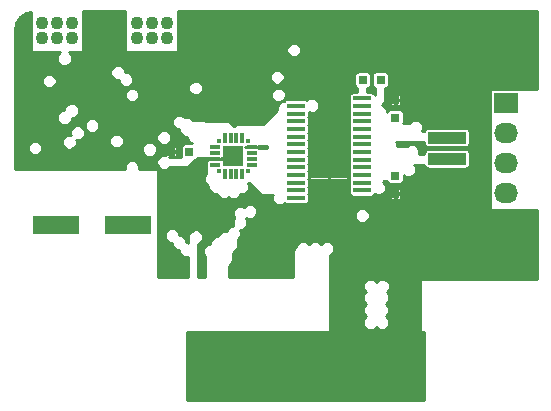
<source format=gbr>
G04 #@! TF.FileFunction,Soldermask,Bot*
%FSLAX46Y46*%
G04 Gerber Fmt 4.6, Leading zero omitted, Abs format (unit mm)*
G04 Created by KiCad (PCBNEW 4.0.2+e4-6225~38~ubuntu14.04.1-stable) date Sat 23 Jul 2016 00:12:46 PDT*
%MOMM*%
G01*
G04 APERTURE LIST*
%ADD10C,0.100000*%
%ADD11R,1.550000X0.350000*%
%ADD12R,3.100000X5.180000*%
%ADD13C,0.600000*%
%ADD14R,0.750000X0.800000*%
%ADD15C,0.650240*%
%ADD16R,0.650240X4.599940*%
%ADD17R,0.650240X3.599180*%
%ADD18R,0.800000X0.750000*%
%ADD19R,3.200000X1.000000*%
%ADD20R,2.032000X1.727200*%
%ADD21O,2.032000X1.727200*%
%ADD22R,0.350000X0.350000*%
%ADD23R,0.900000X0.300000*%
%ADD24R,0.300000X0.900000*%
%ADD25R,1.800000X1.800000*%
%ADD26R,4.000500X1.600200*%
%ADD27C,1.100000*%
%ADD28C,0.254000*%
G04 APERTURE END LIST*
D10*
D11*
X154800000Y-77775000D03*
X154800000Y-78425000D03*
X154800000Y-79075000D03*
X154800000Y-79725000D03*
X154800000Y-80375000D03*
X154800000Y-81025000D03*
X154800000Y-81675000D03*
X154800000Y-82325000D03*
X154800000Y-82975000D03*
X154800000Y-83625000D03*
X154800000Y-84275000D03*
X154800000Y-84925000D03*
X154800000Y-85575000D03*
X154800000Y-86225000D03*
X149200000Y-86225000D03*
X149200000Y-85575000D03*
X149200000Y-84925000D03*
X149200000Y-84275000D03*
X149200000Y-83625000D03*
X149200000Y-82975000D03*
X149200000Y-82325000D03*
X149200000Y-81675000D03*
X149200000Y-81025000D03*
X149200000Y-80375000D03*
X149200000Y-79725000D03*
X149200000Y-79075000D03*
X149200000Y-78425000D03*
X149200000Y-77775000D03*
D12*
X152000000Y-82000000D03*
D13*
X152000000Y-83000000D03*
X152000000Y-81000000D03*
X153000000Y-84000000D03*
X151000000Y-84000000D03*
X153000000Y-82000000D03*
X151000000Y-82000000D03*
X153000000Y-80000000D03*
X151000000Y-80000000D03*
D14*
X157625000Y-84350000D03*
X157625000Y-85850000D03*
D15*
X140500400Y-102301240D03*
D16*
X159499600Y-100000000D03*
X158498840Y-100000000D03*
X157500620Y-100000000D03*
X156499860Y-100000000D03*
X155499100Y-100000000D03*
X154500880Y-100000000D03*
X153500120Y-100000000D03*
X152499360Y-100000000D03*
X151501140Y-100000000D03*
X150500380Y-100000000D03*
X149499620Y-100000000D03*
X144500900Y-100000000D03*
X143500140Y-100000000D03*
X142499380Y-100000000D03*
D17*
X141501160Y-99499620D03*
D16*
X140500400Y-100000000D03*
X146499880Y-100000000D03*
X145499120Y-100000000D03*
D15*
X157500620Y-102301240D03*
X156499860Y-102301240D03*
X155499100Y-102301240D03*
X154500880Y-102301240D03*
X153500120Y-102301240D03*
X152499360Y-102301240D03*
X151501140Y-102301240D03*
X150500380Y-102301240D03*
X149499620Y-102301240D03*
X159499600Y-102301240D03*
X146499880Y-102301240D03*
X145499120Y-102301240D03*
X144500900Y-102301240D03*
X143500140Y-102301240D03*
X142499380Y-102301240D03*
X158498840Y-102301240D03*
D18*
X140175000Y-82300000D03*
X138675000Y-82300000D03*
D14*
X157625000Y-79425000D03*
X157625000Y-77925000D03*
D18*
X156375000Y-76200000D03*
X154875000Y-76200000D03*
D19*
X162000000Y-82900000D03*
X162000000Y-89100000D03*
X162000000Y-81100000D03*
X162000000Y-74900000D03*
D20*
X167000000Y-78190000D03*
D21*
X167000000Y-80730000D03*
X167000000Y-83270000D03*
X167000000Y-85810000D03*
D22*
X142675000Y-83900000D03*
D23*
X142375000Y-83400000D03*
X142375000Y-82900000D03*
X142375000Y-82400000D03*
X142375000Y-81900000D03*
D22*
X142675000Y-81400000D03*
D24*
X143175000Y-81100000D03*
X143675000Y-81100000D03*
X144175000Y-81100000D03*
X144675000Y-81100000D03*
D22*
X145175000Y-81400000D03*
D23*
X145475000Y-81900000D03*
X145475000Y-82400000D03*
X145475000Y-82900000D03*
X145475000Y-83400000D03*
D22*
X145175000Y-83900000D03*
D24*
X144675000Y-84200000D03*
X144175000Y-84200000D03*
X143675000Y-84200000D03*
X143175000Y-84200000D03*
D25*
X143925000Y-82650000D03*
D13*
X143425000Y-83150000D03*
X144425000Y-82150000D03*
D26*
X134975540Y-88500000D03*
X128874460Y-88500000D03*
D27*
X138270000Y-72635000D03*
X138270000Y-71365000D03*
X137000000Y-72635000D03*
X137000000Y-71365000D03*
X135730000Y-72635000D03*
X135730000Y-71365000D03*
X130270000Y-72635000D03*
X130270000Y-71365000D03*
X129000000Y-72635000D03*
X129000000Y-71365000D03*
X127730000Y-72635000D03*
X127730000Y-71365000D03*
D28*
G36*
X160023000Y-103298000D02*
X139977000Y-103298000D01*
X139977000Y-97602000D01*
X160023000Y-97602000D01*
X160023000Y-103298000D01*
X160023000Y-103298000D01*
G37*
X160023000Y-103298000D02*
X139977000Y-103298000D01*
X139977000Y-97602000D01*
X160023000Y-97602000D01*
X160023000Y-103298000D01*
G36*
X134775000Y-73800000D02*
X134781839Y-73836346D01*
X134803319Y-73869727D01*
X134836094Y-73892121D01*
X134875000Y-73900000D01*
X139125000Y-73900000D01*
X139161346Y-73893161D01*
X139194727Y-73871681D01*
X139217121Y-73838906D01*
X139220385Y-73822785D01*
X148404892Y-73822785D01*
X148499083Y-74050743D01*
X148673339Y-74225304D01*
X148901133Y-74319893D01*
X149147785Y-74320108D01*
X149375743Y-74225917D01*
X149550304Y-74051661D01*
X149644893Y-73823867D01*
X149645108Y-73577215D01*
X149550917Y-73349257D01*
X149376661Y-73174696D01*
X149148867Y-73080107D01*
X148902215Y-73079892D01*
X148674257Y-73174083D01*
X148499696Y-73348339D01*
X148405107Y-73576133D01*
X148404892Y-73822785D01*
X139220385Y-73822785D01*
X139225000Y-73800000D01*
X139225000Y-70395000D01*
X169561098Y-70395000D01*
X169597716Y-70402284D01*
X169605000Y-70438903D01*
X169605000Y-76979843D01*
X165725769Y-76950003D01*
X165686804Y-76957582D01*
X165653858Y-76979724D01*
X165632121Y-77012939D01*
X165625000Y-77050000D01*
X165625000Y-87100000D01*
X165632879Y-87138906D01*
X165655273Y-87171681D01*
X165688654Y-87193161D01*
X165725000Y-87200000D01*
X169605000Y-87200000D01*
X169605000Y-93061097D01*
X169597716Y-93097716D01*
X169586234Y-93100000D01*
X159800000Y-93100000D01*
X159761094Y-93107879D01*
X159728319Y-93130273D01*
X159706839Y-93163654D01*
X159700000Y-93200000D01*
X159700000Y-102200000D01*
X152152529Y-102200000D01*
X152152529Y-97700030D01*
X152130216Y-97581445D01*
X152071140Y-97489639D01*
X152071140Y-93822785D01*
X154904892Y-93822785D01*
X154999083Y-94050743D01*
X155123187Y-94175064D01*
X154999696Y-94298339D01*
X154905107Y-94526133D01*
X154904892Y-94772785D01*
X154999083Y-95000743D01*
X155173187Y-95175151D01*
X154999696Y-95348339D01*
X154905107Y-95576133D01*
X154904892Y-95822785D01*
X154999083Y-96050743D01*
X155173187Y-96225151D01*
X154999696Y-96398339D01*
X154905107Y-96626133D01*
X154904892Y-96872785D01*
X154999083Y-97100743D01*
X155173339Y-97275304D01*
X155401133Y-97369893D01*
X155647785Y-97370108D01*
X155875743Y-97275917D01*
X156000064Y-97151813D01*
X156123339Y-97275304D01*
X156351133Y-97369893D01*
X156597785Y-97370108D01*
X156825743Y-97275917D01*
X157000304Y-97101661D01*
X157094893Y-96873867D01*
X157095108Y-96627215D01*
X157000917Y-96399257D01*
X156826813Y-96224849D01*
X157000304Y-96051661D01*
X157094893Y-95823867D01*
X157095108Y-95577215D01*
X157000917Y-95349257D01*
X156826813Y-95174849D01*
X157000304Y-95001661D01*
X157094893Y-94773867D01*
X157095108Y-94527215D01*
X157000917Y-94299257D01*
X156901770Y-94199936D01*
X157050304Y-94051661D01*
X157144893Y-93823867D01*
X157145108Y-93577215D01*
X157050917Y-93349257D01*
X156876661Y-93174696D01*
X156648867Y-93080107D01*
X156402215Y-93079892D01*
X156174257Y-93174083D01*
X156024892Y-93323187D01*
X155876661Y-93174696D01*
X155648867Y-93080107D01*
X155402215Y-93079892D01*
X155174257Y-93174083D01*
X154999696Y-93348339D01*
X154905107Y-93576133D01*
X154904892Y-93822785D01*
X152071140Y-93822785D01*
X152071140Y-91069138D01*
X152175743Y-91025917D01*
X152350304Y-90851661D01*
X152444893Y-90623867D01*
X152445108Y-90377215D01*
X152350917Y-90149257D01*
X152176661Y-89974696D01*
X151948867Y-89880107D01*
X151702215Y-89879892D01*
X151474257Y-89974083D01*
X151324892Y-90123187D01*
X151176661Y-89974696D01*
X150948867Y-89880107D01*
X150702215Y-89879892D01*
X150474257Y-89974083D01*
X150324892Y-90123187D01*
X150176661Y-89974696D01*
X149948867Y-89880107D01*
X149702215Y-89879892D01*
X149474257Y-89974083D01*
X149299696Y-90148339D01*
X149249376Y-90269522D01*
X149096569Y-90422329D01*
X148973009Y-90607250D01*
X148929620Y-90825380D01*
X148929620Y-92900000D01*
X143545000Y-92900000D01*
X143545000Y-91973970D01*
X143721985Y-91796985D01*
X143813029Y-91660727D01*
X143845000Y-91500000D01*
X143845000Y-90873970D01*
X144221985Y-90496985D01*
X144313029Y-90360727D01*
X144345000Y-90200000D01*
X144345000Y-89656781D01*
X144450304Y-89551661D01*
X144544893Y-89323867D01*
X144545044Y-89150000D01*
X160300000Y-89150000D01*
X160300000Y-89619891D01*
X160315224Y-89656645D01*
X160343354Y-89684776D01*
X160380109Y-89700000D01*
X161950000Y-89700000D01*
X161975000Y-89675000D01*
X161975000Y-89125000D01*
X162025000Y-89125000D01*
X162025000Y-89675000D01*
X162050000Y-89700000D01*
X163619891Y-89700000D01*
X163656646Y-89684776D01*
X163684776Y-89656645D01*
X163700000Y-89619891D01*
X163700000Y-89150000D01*
X163675000Y-89125000D01*
X162025000Y-89125000D01*
X161975000Y-89125000D01*
X160325000Y-89125000D01*
X160300000Y-89150000D01*
X144545044Y-89150000D01*
X144545108Y-89077215D01*
X144480150Y-88920005D01*
X144597785Y-88920108D01*
X144825743Y-88825917D01*
X145000304Y-88651661D01*
X145030015Y-88580109D01*
X160300000Y-88580109D01*
X160300000Y-89050000D01*
X160325000Y-89075000D01*
X161975000Y-89075000D01*
X161975000Y-88525000D01*
X162025000Y-88525000D01*
X162025000Y-89075000D01*
X163675000Y-89075000D01*
X163700000Y-89050000D01*
X163700000Y-88580109D01*
X163684776Y-88543355D01*
X163656646Y-88515224D01*
X163619891Y-88500000D01*
X162050000Y-88500000D01*
X162025000Y-88525000D01*
X161975000Y-88525000D01*
X161950000Y-88500000D01*
X160380109Y-88500000D01*
X160343354Y-88515224D01*
X160315224Y-88543355D01*
X160300000Y-88580109D01*
X145030015Y-88580109D01*
X145094893Y-88423867D01*
X145095108Y-88177215D01*
X145000917Y-87949257D01*
X144951813Y-87900067D01*
X144975656Y-87876266D01*
X145201133Y-87969893D01*
X145447785Y-87970108D01*
X145675743Y-87875917D01*
X145728967Y-87822785D01*
X154204892Y-87822785D01*
X154299083Y-88050743D01*
X154473339Y-88225304D01*
X154701133Y-88319893D01*
X154947785Y-88320108D01*
X155175743Y-88225917D01*
X155350304Y-88051661D01*
X155444893Y-87823867D01*
X155445108Y-87577215D01*
X155350917Y-87349257D01*
X155176661Y-87174696D01*
X154948867Y-87080107D01*
X154702215Y-87079892D01*
X154474257Y-87174083D01*
X154299696Y-87348339D01*
X154205107Y-87576133D01*
X154204892Y-87822785D01*
X145728967Y-87822785D01*
X145850304Y-87701661D01*
X145944893Y-87473867D01*
X145945108Y-87227215D01*
X145850917Y-86999257D01*
X145676661Y-86824696D01*
X145448867Y-86730107D01*
X145202215Y-86729892D01*
X144974257Y-86824083D01*
X144824344Y-86973734D01*
X144598867Y-86880107D01*
X144352215Y-86879892D01*
X144124257Y-86974083D01*
X143949696Y-87148339D01*
X143855107Y-87376133D01*
X143854892Y-87622785D01*
X143949083Y-87850743D01*
X143998187Y-87899933D01*
X143949696Y-87948339D01*
X143855107Y-88176133D01*
X143854892Y-88422785D01*
X143919850Y-88579995D01*
X143802215Y-88579892D01*
X143574257Y-88674083D01*
X143399696Y-88848339D01*
X143344982Y-88980104D01*
X143102215Y-88979892D01*
X142874257Y-89074083D01*
X142699696Y-89248339D01*
X142605107Y-89476133D01*
X142605104Y-89480069D01*
X142402215Y-89479892D01*
X142174257Y-89574083D01*
X141999696Y-89748339D01*
X141905107Y-89976133D01*
X141905016Y-90079982D01*
X141802215Y-90079892D01*
X141574257Y-90174083D01*
X141399696Y-90348339D01*
X141305107Y-90576133D01*
X141304892Y-90822785D01*
X141399083Y-91050743D01*
X141505000Y-91156845D01*
X141505000Y-92900000D01*
X140920400Y-92900000D01*
X140920400Y-90090104D01*
X141075743Y-90025917D01*
X141250304Y-89851661D01*
X141344893Y-89623867D01*
X141345108Y-89377215D01*
X141250917Y-89149257D01*
X141076661Y-88974696D01*
X140848867Y-88880107D01*
X140602215Y-88879892D01*
X140374257Y-88974083D01*
X140199696Y-89148339D01*
X140105107Y-89376133D01*
X140104911Y-89601378D01*
X140080400Y-89724600D01*
X140080400Y-89993201D01*
X140048867Y-89980107D01*
X139945018Y-89980016D01*
X139945108Y-89877215D01*
X139850917Y-89649257D01*
X139676661Y-89474696D01*
X139448867Y-89380107D01*
X139345018Y-89380016D01*
X139345108Y-89277215D01*
X139250917Y-89049257D01*
X139076661Y-88874696D01*
X138848867Y-88780107D01*
X138602215Y-88779892D01*
X138374257Y-88874083D01*
X138199696Y-89048339D01*
X138105107Y-89276133D01*
X138104892Y-89522785D01*
X138199083Y-89750743D01*
X138373339Y-89925304D01*
X138601133Y-90019893D01*
X138704982Y-90019984D01*
X138704892Y-90122785D01*
X138799083Y-90350743D01*
X138973339Y-90525304D01*
X139201133Y-90619893D01*
X139304982Y-90619984D01*
X139304892Y-90722785D01*
X139399083Y-90950743D01*
X139573339Y-91125304D01*
X139801133Y-91219893D01*
X140047785Y-91220108D01*
X140080400Y-91206632D01*
X140080400Y-92900000D01*
X137525000Y-92900000D01*
X137525000Y-83900000D01*
X137517121Y-83861094D01*
X137494727Y-83828319D01*
X137461346Y-83806839D01*
X137425000Y-83800000D01*
X135913280Y-83800000D01*
X135944893Y-83723867D01*
X135945108Y-83477215D01*
X135881299Y-83322785D01*
X137404892Y-83322785D01*
X137499083Y-83550743D01*
X137673339Y-83725304D01*
X137901133Y-83819893D01*
X138147785Y-83820108D01*
X138375743Y-83725917D01*
X138481845Y-83620000D01*
X139825000Y-83620000D01*
X139985727Y-83588029D01*
X140121985Y-83496985D01*
X140471985Y-83146985D01*
X140563029Y-83010727D01*
X140564910Y-83001269D01*
X140575000Y-83001269D01*
X140693585Y-82978956D01*
X140802498Y-82908872D01*
X140863222Y-82820000D01*
X141753331Y-82820000D01*
X141798063Y-82850564D01*
X141832547Y-82857547D01*
X141850000Y-82875000D01*
X141918733Y-82875000D01*
X141925000Y-82876269D01*
X142825000Y-82876269D01*
X142831744Y-82875000D01*
X142900000Y-82875000D01*
X142915820Y-82859180D01*
X142925000Y-82857453D01*
X142925000Y-82943981D01*
X142917453Y-82942453D01*
X142900000Y-82925000D01*
X142831267Y-82925000D01*
X142825000Y-82923731D01*
X141925000Y-82923731D01*
X141918256Y-82925000D01*
X141850000Y-82925000D01*
X141834180Y-82940820D01*
X141806415Y-82946044D01*
X141697502Y-83016128D01*
X141624436Y-83123063D01*
X141598731Y-83250000D01*
X141598731Y-83550000D01*
X141621044Y-83668585D01*
X141628756Y-83680570D01*
X141605000Y-83800000D01*
X141605000Y-84143219D01*
X141499696Y-84248339D01*
X141405107Y-84476133D01*
X141404892Y-84722785D01*
X141499083Y-84950743D01*
X141673339Y-85125304D01*
X141805104Y-85180018D01*
X141804892Y-85422785D01*
X141899083Y-85650743D01*
X142073339Y-85825304D01*
X142301133Y-85919893D01*
X142545104Y-85920106D01*
X142599083Y-86050743D01*
X142773339Y-86225304D01*
X143001133Y-86319893D01*
X143247785Y-86320108D01*
X143475743Y-86225917D01*
X143524933Y-86176813D01*
X143573339Y-86225304D01*
X143801133Y-86319893D01*
X144047785Y-86320108D01*
X144275743Y-86225917D01*
X144450304Y-86051661D01*
X144505018Y-85919896D01*
X144747785Y-85920108D01*
X144975743Y-85825917D01*
X145150304Y-85651661D01*
X145244893Y-85423867D01*
X145245108Y-85177215D01*
X145150917Y-84949257D01*
X145146667Y-84945000D01*
X145276030Y-84945000D01*
X146203015Y-85871985D01*
X146339273Y-85963029D01*
X146500000Y-85995000D01*
X147238797Y-85995000D01*
X147205107Y-86076133D01*
X147204892Y-86322785D01*
X147299083Y-86550743D01*
X147473339Y-86725304D01*
X147701133Y-86819893D01*
X147947785Y-86820108D01*
X148175743Y-86725917D01*
X148240524Y-86661249D01*
X148298063Y-86700564D01*
X148425000Y-86726269D01*
X149975000Y-86726269D01*
X150093585Y-86703956D01*
X150202498Y-86633872D01*
X150275564Y-86526937D01*
X150301269Y-86400000D01*
X150301269Y-86275000D01*
X153925000Y-86275000D01*
X153925000Y-86419891D01*
X153940224Y-86456646D01*
X153968355Y-86484776D01*
X154005109Y-86500000D01*
X154750000Y-86500000D01*
X154775000Y-86475000D01*
X154775000Y-86250000D01*
X154825000Y-86250000D01*
X154825000Y-86475000D01*
X154850000Y-86500000D01*
X155594891Y-86500000D01*
X155631645Y-86484776D01*
X155659776Y-86456646D01*
X155675000Y-86419891D01*
X155675000Y-86275000D01*
X155650000Y-86250000D01*
X154825000Y-86250000D01*
X154775000Y-86250000D01*
X153950000Y-86250000D01*
X153925000Y-86275000D01*
X150301269Y-86275000D01*
X150301269Y-86050000D01*
X150278956Y-85931415D01*
X150259257Y-85900803D01*
X150275564Y-85876937D01*
X150301269Y-85750000D01*
X150301269Y-85400000D01*
X150278956Y-85281415D01*
X150259257Y-85250803D01*
X150275564Y-85226937D01*
X150301269Y-85100000D01*
X150301269Y-84750000D01*
X150278956Y-84631415D01*
X150259257Y-84600803D01*
X150275564Y-84576937D01*
X150301269Y-84450000D01*
X150301269Y-84100000D01*
X150278956Y-83981415D01*
X150259257Y-83950803D01*
X150275564Y-83926937D01*
X150301269Y-83800000D01*
X150301269Y-83450000D01*
X150278956Y-83331415D01*
X150259257Y-83300803D01*
X150275564Y-83276937D01*
X150301269Y-83150000D01*
X150301269Y-82800000D01*
X150278956Y-82681415D01*
X150259257Y-82650803D01*
X150275564Y-82626937D01*
X150301269Y-82500000D01*
X150301269Y-82150000D01*
X150278956Y-82031415D01*
X150259257Y-82000803D01*
X150275564Y-81976937D01*
X150301269Y-81850000D01*
X150301269Y-81500000D01*
X150278956Y-81381415D01*
X150259257Y-81350803D01*
X150275564Y-81326937D01*
X150301269Y-81200000D01*
X150301269Y-80850000D01*
X150278956Y-80731415D01*
X150259257Y-80700803D01*
X150275564Y-80676937D01*
X150301269Y-80550000D01*
X150301269Y-80200000D01*
X150278956Y-80081415D01*
X150259257Y-80050803D01*
X150275564Y-80026937D01*
X150301269Y-79900000D01*
X150301269Y-79550000D01*
X150278956Y-79431415D01*
X150259257Y-79400803D01*
X150266563Y-79390109D01*
X150350000Y-79390109D01*
X150350000Y-81950000D01*
X150375000Y-81975000D01*
X150599352Y-81975000D01*
X150600455Y-82025000D01*
X150375000Y-82025000D01*
X150350000Y-82050000D01*
X150350000Y-84609891D01*
X150365224Y-84646646D01*
X150393355Y-84674776D01*
X150430109Y-84690000D01*
X151950000Y-84690000D01*
X151975000Y-84665000D01*
X151975000Y-83400648D01*
X152025000Y-83399545D01*
X152025000Y-84665000D01*
X152050000Y-84690000D01*
X153569891Y-84690000D01*
X153606645Y-84674776D01*
X153634776Y-84646646D01*
X153650000Y-84609891D01*
X153650000Y-82050000D01*
X153625000Y-82025000D01*
X153400648Y-82025000D01*
X153399545Y-81975000D01*
X153625000Y-81975000D01*
X153650000Y-81950000D01*
X153650000Y-79390109D01*
X153634776Y-79353354D01*
X153606645Y-79325224D01*
X153569891Y-79310000D01*
X152050000Y-79310000D01*
X152025000Y-79335000D01*
X152025000Y-80599352D01*
X151975000Y-80600455D01*
X151975000Y-79335000D01*
X151950000Y-79310000D01*
X150430109Y-79310000D01*
X150393355Y-79325224D01*
X150365224Y-79353354D01*
X150350000Y-79390109D01*
X150266563Y-79390109D01*
X150275564Y-79376937D01*
X150301269Y-79250000D01*
X150301269Y-78978426D01*
X150401133Y-79019893D01*
X150647785Y-79020108D01*
X150875743Y-78925917D01*
X151050304Y-78751661D01*
X151144893Y-78523867D01*
X151145108Y-78277215D01*
X151050917Y-78049257D01*
X150876661Y-77874696D01*
X150648867Y-77780107D01*
X150402215Y-77779892D01*
X150174257Y-77874083D01*
X150099306Y-77948903D01*
X150075000Y-77943981D01*
X150075000Y-77825000D01*
X150050000Y-77800000D01*
X149225000Y-77800000D01*
X149225000Y-77820000D01*
X149175000Y-77820000D01*
X149175000Y-77800000D01*
X148350000Y-77800000D01*
X148325000Y-77825000D01*
X148325000Y-77942547D01*
X148306415Y-77946044D01*
X148214795Y-78005000D01*
X148200000Y-78005000D01*
X148058011Y-78033244D01*
X148075743Y-78025917D01*
X148250304Y-77851661D01*
X148325000Y-77671774D01*
X148325000Y-77725000D01*
X148350000Y-77750000D01*
X149175000Y-77750000D01*
X149175000Y-77525000D01*
X149225000Y-77525000D01*
X149225000Y-77750000D01*
X150050000Y-77750000D01*
X150075000Y-77725000D01*
X150075000Y-77600000D01*
X153698731Y-77600000D01*
X153698731Y-77950000D01*
X153721044Y-78068585D01*
X153740743Y-78099197D01*
X153724436Y-78123063D01*
X153698731Y-78250000D01*
X153698731Y-78600000D01*
X153721044Y-78718585D01*
X153740743Y-78749197D01*
X153724436Y-78773063D01*
X153698731Y-78900000D01*
X153698731Y-79250000D01*
X153721044Y-79368585D01*
X153740743Y-79399197D01*
X153724436Y-79423063D01*
X153698731Y-79550000D01*
X153698731Y-79900000D01*
X153721044Y-80018585D01*
X153740743Y-80049197D01*
X153724436Y-80073063D01*
X153698731Y-80200000D01*
X153698731Y-80550000D01*
X153721044Y-80668585D01*
X153740743Y-80699197D01*
X153724436Y-80723063D01*
X153698731Y-80850000D01*
X153698731Y-81200000D01*
X153721044Y-81318585D01*
X153740743Y-81349197D01*
X153724436Y-81373063D01*
X153698731Y-81500000D01*
X153698731Y-81850000D01*
X153721044Y-81968585D01*
X153740743Y-81999197D01*
X153724436Y-82023063D01*
X153698731Y-82150000D01*
X153698731Y-82500000D01*
X153721044Y-82618585D01*
X153740743Y-82649197D01*
X153724436Y-82673063D01*
X153698731Y-82800000D01*
X153698731Y-83150000D01*
X153721044Y-83268585D01*
X153740743Y-83299197D01*
X153724436Y-83323063D01*
X153698731Y-83450000D01*
X153698731Y-83800000D01*
X153721044Y-83918585D01*
X153740743Y-83949197D01*
X153724436Y-83973063D01*
X153698731Y-84100000D01*
X153698731Y-84450000D01*
X153721044Y-84568585D01*
X153740743Y-84599197D01*
X153724436Y-84623063D01*
X153698731Y-84750000D01*
X153698731Y-85100000D01*
X153721044Y-85218585D01*
X153740743Y-85249197D01*
X153724436Y-85273063D01*
X153698731Y-85400000D01*
X153698731Y-85750000D01*
X153721044Y-85868585D01*
X153791128Y-85977498D01*
X153898063Y-86050564D01*
X153925000Y-86056019D01*
X153925000Y-86175000D01*
X153950000Y-86200000D01*
X154775000Y-86200000D01*
X154775000Y-86180000D01*
X154825000Y-86180000D01*
X154825000Y-86200000D01*
X155650000Y-86200000D01*
X155675000Y-86175000D01*
X155675000Y-86057453D01*
X155693585Y-86053956D01*
X155802498Y-85983872D01*
X155875564Y-85876937D01*
X155875696Y-85876283D01*
X156101133Y-85969893D01*
X156347785Y-85970108D01*
X156517458Y-85900000D01*
X157150000Y-85900000D01*
X157150000Y-86269891D01*
X157165224Y-86306645D01*
X157193354Y-86334776D01*
X157230109Y-86350000D01*
X157575000Y-86350000D01*
X157600000Y-86325000D01*
X157600000Y-85875000D01*
X157650000Y-85875000D01*
X157650000Y-86325000D01*
X157675000Y-86350000D01*
X158019891Y-86350000D01*
X158056646Y-86334776D01*
X158084776Y-86306645D01*
X158100000Y-86269891D01*
X158100000Y-85900000D01*
X158075000Y-85875000D01*
X157650000Y-85875000D01*
X157600000Y-85875000D01*
X157175000Y-85875000D01*
X157150000Y-85900000D01*
X156517458Y-85900000D01*
X156575743Y-85875917D01*
X156750304Y-85701661D01*
X156844893Y-85473867D01*
X156844931Y-85430109D01*
X157150000Y-85430109D01*
X157150000Y-85800000D01*
X157175000Y-85825000D01*
X157600000Y-85825000D01*
X157600000Y-85375000D01*
X157650000Y-85375000D01*
X157650000Y-85825000D01*
X158075000Y-85825000D01*
X158100000Y-85800000D01*
X158100000Y-85430109D01*
X158084776Y-85393355D01*
X158056646Y-85365224D01*
X158019891Y-85350000D01*
X157675000Y-85350000D01*
X157650000Y-85375000D01*
X157600000Y-85375000D01*
X157575000Y-85350000D01*
X157230109Y-85350000D01*
X157193354Y-85365224D01*
X157165224Y-85393355D01*
X157150000Y-85430109D01*
X156844931Y-85430109D01*
X156845108Y-85227215D01*
X156750917Y-84999257D01*
X156596090Y-84844159D01*
X156654559Y-84820000D01*
X156936902Y-84820000D01*
X156946044Y-84868585D01*
X157016128Y-84977498D01*
X157123063Y-85050564D01*
X157250000Y-85076269D01*
X158000000Y-85076269D01*
X158118585Y-85053956D01*
X158227498Y-84983872D01*
X158300564Y-84876937D01*
X158326269Y-84750000D01*
X158326269Y-84278152D01*
X158373339Y-84325304D01*
X158601133Y-84419893D01*
X158847785Y-84420108D01*
X159075743Y-84325917D01*
X159250304Y-84151661D01*
X159344893Y-83923867D01*
X159345108Y-83677215D01*
X159250917Y-83449257D01*
X159246667Y-83445000D01*
X160082198Y-83445000D01*
X160096044Y-83518585D01*
X160166128Y-83627498D01*
X160273063Y-83700564D01*
X160400000Y-83726269D01*
X163600000Y-83726269D01*
X163718585Y-83703956D01*
X163827498Y-83633872D01*
X163900564Y-83526937D01*
X163926269Y-83400000D01*
X163926269Y-82400000D01*
X163903956Y-82281415D01*
X163833872Y-82172502D01*
X163726937Y-82099436D01*
X163600000Y-82073731D01*
X160400000Y-82073731D01*
X160281415Y-82096044D01*
X160172502Y-82166128D01*
X160099436Y-82273063D01*
X160073731Y-82400000D01*
X160073731Y-82505000D01*
X159611203Y-82505000D01*
X159644893Y-82423867D01*
X159645108Y-82177215D01*
X159550917Y-81949257D01*
X159376661Y-81774696D01*
X159148867Y-81680107D01*
X158902215Y-81679892D01*
X158674257Y-81774083D01*
X158593198Y-81855000D01*
X157731965Y-81855000D01*
X157744893Y-81823867D01*
X157745108Y-81577215D01*
X157711137Y-81495000D01*
X160073731Y-81495000D01*
X160073731Y-81600000D01*
X160096044Y-81718585D01*
X160166128Y-81827498D01*
X160273063Y-81900564D01*
X160400000Y-81926269D01*
X163600000Y-81926269D01*
X163718585Y-81903956D01*
X163827498Y-81833872D01*
X163900564Y-81726937D01*
X163926269Y-81600000D01*
X163926269Y-80600000D01*
X163903956Y-80481415D01*
X163833872Y-80372502D01*
X163726937Y-80299436D01*
X163600000Y-80273731D01*
X160400000Y-80273731D01*
X160281415Y-80296044D01*
X160172502Y-80366128D01*
X160099436Y-80473063D01*
X160082844Y-80555000D01*
X159846959Y-80555000D01*
X159850304Y-80551661D01*
X159944893Y-80323867D01*
X159945108Y-80077215D01*
X159850917Y-79849257D01*
X159676661Y-79674696D01*
X159448867Y-79580107D01*
X159202215Y-79579892D01*
X158974257Y-79674083D01*
X158799696Y-79848339D01*
X158776168Y-79905000D01*
X158310069Y-79905000D01*
X158326269Y-79825000D01*
X158326269Y-79025000D01*
X158303956Y-78906415D01*
X158233872Y-78797502D01*
X158126937Y-78724436D01*
X158000000Y-78698731D01*
X157250000Y-78698731D01*
X157131415Y-78721044D01*
X157022502Y-78791128D01*
X156949436Y-78898063D01*
X156945027Y-78919834D01*
X156945108Y-78827215D01*
X156850917Y-78599257D01*
X156676661Y-78424696D01*
X156512458Y-78356512D01*
X156596985Y-78271985D01*
X156688029Y-78135727D01*
X156720000Y-77975000D01*
X157150000Y-77975000D01*
X157150000Y-78344891D01*
X157165224Y-78381645D01*
X157193354Y-78409776D01*
X157230109Y-78425000D01*
X157575000Y-78425000D01*
X157600000Y-78400000D01*
X157600000Y-77950000D01*
X157650000Y-77950000D01*
X157650000Y-78400000D01*
X157675000Y-78425000D01*
X158019891Y-78425000D01*
X158056646Y-78409776D01*
X158084776Y-78381645D01*
X158100000Y-78344891D01*
X158100000Y-77975000D01*
X158075000Y-77950000D01*
X157650000Y-77950000D01*
X157600000Y-77950000D01*
X157175000Y-77950000D01*
X157150000Y-77975000D01*
X156720000Y-77975000D01*
X156720000Y-77505109D01*
X157150000Y-77505109D01*
X157150000Y-77875000D01*
X157175000Y-77900000D01*
X157600000Y-77900000D01*
X157600000Y-77450000D01*
X157650000Y-77450000D01*
X157650000Y-77900000D01*
X158075000Y-77900000D01*
X158100000Y-77875000D01*
X158100000Y-77505109D01*
X158084776Y-77468355D01*
X158056646Y-77440224D01*
X158019891Y-77425000D01*
X157675000Y-77425000D01*
X157650000Y-77450000D01*
X157600000Y-77450000D01*
X157575000Y-77425000D01*
X157230109Y-77425000D01*
X157193354Y-77440224D01*
X157165224Y-77468355D01*
X157150000Y-77505109D01*
X156720000Y-77505109D01*
X156720000Y-76901269D01*
X156775000Y-76901269D01*
X156893585Y-76878956D01*
X157002498Y-76808872D01*
X157075564Y-76701937D01*
X157101269Y-76575000D01*
X157101269Y-75825000D01*
X157078956Y-75706415D01*
X157008872Y-75597502D01*
X156901937Y-75524436D01*
X156775000Y-75498731D01*
X155975000Y-75498731D01*
X155856415Y-75521044D01*
X155747502Y-75591128D01*
X155674436Y-75698063D01*
X155648731Y-75825000D01*
X155648731Y-76575000D01*
X155671044Y-76693585D01*
X155741128Y-76802498D01*
X155848063Y-76875564D01*
X155880000Y-76882031D01*
X155880000Y-77486963D01*
X155878956Y-77481415D01*
X155808872Y-77372502D01*
X155701937Y-77299436D01*
X155575000Y-77273731D01*
X155220000Y-77273731D01*
X155220000Y-76901269D01*
X155275000Y-76901269D01*
X155393585Y-76878956D01*
X155502498Y-76808872D01*
X155575564Y-76701937D01*
X155601269Y-76575000D01*
X155601269Y-75825000D01*
X155578956Y-75706415D01*
X155508872Y-75597502D01*
X155401937Y-75524436D01*
X155275000Y-75498731D01*
X154475000Y-75498731D01*
X154356415Y-75521044D01*
X154247502Y-75591128D01*
X154174436Y-75698063D01*
X154148731Y-75825000D01*
X154148731Y-76575000D01*
X154171044Y-76693585D01*
X154241128Y-76802498D01*
X154348063Y-76875564D01*
X154380000Y-76882031D01*
X154380000Y-77273731D01*
X154025000Y-77273731D01*
X153906415Y-77296044D01*
X153797502Y-77366128D01*
X153724436Y-77473063D01*
X153698731Y-77600000D01*
X150075000Y-77600000D01*
X150075000Y-77580109D01*
X150059776Y-77543354D01*
X150031645Y-77515224D01*
X149994891Y-77500000D01*
X149250000Y-77500000D01*
X149225000Y-77525000D01*
X149175000Y-77525000D01*
X149150000Y-77500000D01*
X148405109Y-77500000D01*
X148368355Y-77515224D01*
X148344967Y-77538611D01*
X148345108Y-77377215D01*
X148250917Y-77149257D01*
X148076661Y-76974696D01*
X147848867Y-76880107D01*
X147602215Y-76879892D01*
X147374257Y-76974083D01*
X147199696Y-77148339D01*
X147105107Y-77376133D01*
X147104892Y-77622785D01*
X147199083Y-77850743D01*
X147373339Y-78025304D01*
X147601133Y-78119893D01*
X147847785Y-78120108D01*
X148023526Y-78047493D01*
X147903015Y-78128015D01*
X147703015Y-78328015D01*
X147611971Y-78464273D01*
X147580000Y-78625000D01*
X147580000Y-78806052D01*
X146456052Y-79930000D01*
X144375000Y-79930000D01*
X144214273Y-79961971D01*
X144078015Y-80053015D01*
X143974400Y-80156630D01*
X143971985Y-80153015D01*
X143621985Y-79803015D01*
X143485727Y-79711971D01*
X143325000Y-79680000D01*
X141587540Y-79680000D01*
X141485727Y-79611971D01*
X141325000Y-79580000D01*
X140498970Y-79580000D01*
X140421985Y-79503015D01*
X140285727Y-79411971D01*
X140125000Y-79380000D01*
X139781781Y-79380000D01*
X139676661Y-79274696D01*
X139448867Y-79180107D01*
X139202215Y-79179892D01*
X138974257Y-79274083D01*
X138799696Y-79448339D01*
X138705107Y-79676133D01*
X138704892Y-79922785D01*
X138799083Y-80150743D01*
X138973339Y-80325304D01*
X139201133Y-80419893D01*
X139304982Y-80419984D01*
X139304892Y-80522785D01*
X139399083Y-80750743D01*
X139573339Y-80925304D01*
X139801133Y-81019893D01*
X140004982Y-81020071D01*
X140004892Y-81122785D01*
X140099083Y-81350743D01*
X140273339Y-81525304D01*
X140450170Y-81598731D01*
X139775000Y-81598731D01*
X139656415Y-81621044D01*
X139547502Y-81691128D01*
X139474436Y-81798063D01*
X139448731Y-81925000D01*
X139448731Y-82675000D01*
X139468488Y-82780000D01*
X138481781Y-82780000D01*
X138476790Y-82775000D01*
X138625000Y-82775000D01*
X138650000Y-82750000D01*
X138650000Y-82325000D01*
X138700000Y-82325000D01*
X138700000Y-82750000D01*
X138725000Y-82775000D01*
X139094891Y-82775000D01*
X139131645Y-82759776D01*
X139159776Y-82731646D01*
X139175000Y-82694891D01*
X139175000Y-82350000D01*
X139150000Y-82325000D01*
X138700000Y-82325000D01*
X138650000Y-82325000D01*
X138200000Y-82325000D01*
X138175000Y-82350000D01*
X138175000Y-82590958D01*
X138148867Y-82580107D01*
X137902215Y-82579892D01*
X137674257Y-82674083D01*
X137499696Y-82848339D01*
X137405107Y-83076133D01*
X137404892Y-83322785D01*
X135881299Y-83322785D01*
X135850917Y-83249257D01*
X135676661Y-83074696D01*
X135448867Y-82980107D01*
X135202215Y-82979892D01*
X134974257Y-83074083D01*
X134799696Y-83248339D01*
X134705107Y-83476133D01*
X134704892Y-83722785D01*
X134736797Y-83800000D01*
X125395000Y-83800000D01*
X125395000Y-82122785D01*
X126504892Y-82122785D01*
X126599083Y-82350743D01*
X126773339Y-82525304D01*
X127001133Y-82619893D01*
X127247785Y-82620108D01*
X127475743Y-82525917D01*
X127650304Y-82351661D01*
X127703818Y-82222785D01*
X136204892Y-82222785D01*
X136299083Y-82450743D01*
X136473339Y-82625304D01*
X136701133Y-82719893D01*
X136947785Y-82720108D01*
X137175743Y-82625917D01*
X137350304Y-82451661D01*
X137444893Y-82223867D01*
X137445108Y-81977215D01*
X137415315Y-81905109D01*
X138175000Y-81905109D01*
X138175000Y-82250000D01*
X138200000Y-82275000D01*
X138650000Y-82275000D01*
X138650000Y-81850000D01*
X138700000Y-81850000D01*
X138700000Y-82275000D01*
X139150000Y-82275000D01*
X139175000Y-82250000D01*
X139175000Y-81905109D01*
X139159776Y-81868354D01*
X139131645Y-81840224D01*
X139094891Y-81825000D01*
X138725000Y-81825000D01*
X138700000Y-81850000D01*
X138650000Y-81850000D01*
X138625000Y-81825000D01*
X138255109Y-81825000D01*
X138218355Y-81840224D01*
X138190224Y-81868354D01*
X138175000Y-81905109D01*
X137415315Y-81905109D01*
X137350917Y-81749257D01*
X137176661Y-81574696D01*
X136948867Y-81480107D01*
X136702215Y-81479892D01*
X136474257Y-81574083D01*
X136299696Y-81748339D01*
X136205107Y-81976133D01*
X136204892Y-82222785D01*
X127703818Y-82222785D01*
X127744893Y-82123867D01*
X127745108Y-81877215D01*
X127650917Y-81649257D01*
X127624492Y-81622785D01*
X129404892Y-81622785D01*
X129499083Y-81850743D01*
X129673339Y-82025304D01*
X129901133Y-82119893D01*
X130147785Y-82120108D01*
X130375743Y-82025917D01*
X130550304Y-81851661D01*
X130644893Y-81623867D01*
X130644981Y-81522785D01*
X133404892Y-81522785D01*
X133499083Y-81750743D01*
X133673339Y-81925304D01*
X133901133Y-82019893D01*
X134147785Y-82020108D01*
X134375743Y-81925917D01*
X134550304Y-81751661D01*
X134644893Y-81523867D01*
X134645108Y-81277215D01*
X134622618Y-81222785D01*
X137404892Y-81222785D01*
X137499083Y-81450743D01*
X137673339Y-81625304D01*
X137901133Y-81719893D01*
X138147785Y-81720108D01*
X138375743Y-81625917D01*
X138550304Y-81451661D01*
X138644893Y-81223867D01*
X138645108Y-80977215D01*
X138550917Y-80749257D01*
X138376661Y-80574696D01*
X138148867Y-80480107D01*
X137902215Y-80479892D01*
X137674257Y-80574083D01*
X137499696Y-80748339D01*
X137405107Y-80976133D01*
X137404892Y-81222785D01*
X134622618Y-81222785D01*
X134550917Y-81049257D01*
X134376661Y-80874696D01*
X134148867Y-80780107D01*
X133902215Y-80779892D01*
X133674257Y-80874083D01*
X133499696Y-81048339D01*
X133405107Y-81276133D01*
X133404892Y-81522785D01*
X130644981Y-81522785D01*
X130645108Y-81377215D01*
X130621430Y-81319911D01*
X130847785Y-81320108D01*
X131075743Y-81225917D01*
X131250304Y-81051661D01*
X131344893Y-80823867D01*
X131345108Y-80577215D01*
X131250917Y-80349257D01*
X131099710Y-80197785D01*
X131329892Y-80197785D01*
X131424083Y-80425743D01*
X131598339Y-80600304D01*
X131826133Y-80694893D01*
X132072785Y-80695108D01*
X132300743Y-80600917D01*
X132475304Y-80426661D01*
X132569893Y-80198867D01*
X132570108Y-79952215D01*
X132475917Y-79724257D01*
X132301661Y-79549696D01*
X132073867Y-79455107D01*
X131827215Y-79454892D01*
X131599257Y-79549083D01*
X131424696Y-79723339D01*
X131330107Y-79951133D01*
X131329892Y-80197785D01*
X131099710Y-80197785D01*
X131076661Y-80174696D01*
X130848867Y-80080107D01*
X130602215Y-80079892D01*
X130374257Y-80174083D01*
X130199696Y-80348339D01*
X130105107Y-80576133D01*
X130104892Y-80822785D01*
X130128570Y-80880089D01*
X129902215Y-80879892D01*
X129674257Y-80974083D01*
X129499696Y-81148339D01*
X129405107Y-81376133D01*
X129404892Y-81622785D01*
X127624492Y-81622785D01*
X127476661Y-81474696D01*
X127248867Y-81380107D01*
X127002215Y-81379892D01*
X126774257Y-81474083D01*
X126599696Y-81648339D01*
X126505107Y-81876133D01*
X126504892Y-82122785D01*
X125395000Y-82122785D01*
X125395000Y-79522785D01*
X129004892Y-79522785D01*
X129099083Y-79750743D01*
X129273339Y-79925304D01*
X129501133Y-80019893D01*
X129747785Y-80020108D01*
X129975743Y-79925917D01*
X130150304Y-79751661D01*
X130244893Y-79523867D01*
X130244984Y-79420018D01*
X130347785Y-79420108D01*
X130575743Y-79325917D01*
X130750304Y-79151661D01*
X130844893Y-78923867D01*
X130845108Y-78677215D01*
X130750917Y-78449257D01*
X130576661Y-78274696D01*
X130348867Y-78180107D01*
X130102215Y-78179892D01*
X129874257Y-78274083D01*
X129699696Y-78448339D01*
X129605107Y-78676133D01*
X129605016Y-78779982D01*
X129502215Y-78779892D01*
X129274257Y-78874083D01*
X129099696Y-79048339D01*
X129005107Y-79276133D01*
X129004892Y-79522785D01*
X125395000Y-79522785D01*
X125395000Y-77622785D01*
X134704892Y-77622785D01*
X134799083Y-77850743D01*
X134973339Y-78025304D01*
X135201133Y-78119893D01*
X135447785Y-78120108D01*
X135675743Y-78025917D01*
X135850304Y-77851661D01*
X135944893Y-77623867D01*
X135945108Y-77377215D01*
X135850917Y-77149257D01*
X135724666Y-77022785D01*
X140104892Y-77022785D01*
X140199083Y-77250743D01*
X140373339Y-77425304D01*
X140601133Y-77519893D01*
X140847785Y-77520108D01*
X141075743Y-77425917D01*
X141250304Y-77251661D01*
X141344893Y-77023867D01*
X141345108Y-76777215D01*
X141250917Y-76549257D01*
X141076661Y-76374696D01*
X140848867Y-76280107D01*
X140602215Y-76279892D01*
X140374257Y-76374083D01*
X140199696Y-76548339D01*
X140105107Y-76776133D01*
X140104892Y-77022785D01*
X135724666Y-77022785D01*
X135676661Y-76974696D01*
X135448867Y-76880107D01*
X135202215Y-76879892D01*
X134974257Y-76974083D01*
X134799696Y-77148339D01*
X134705107Y-77376133D01*
X134704892Y-77622785D01*
X125395000Y-77622785D01*
X125395000Y-76422785D01*
X127704892Y-76422785D01*
X127799083Y-76650743D01*
X127973339Y-76825304D01*
X128201133Y-76919893D01*
X128447785Y-76920108D01*
X128675743Y-76825917D01*
X128850304Y-76651661D01*
X128944893Y-76423867D01*
X128945108Y-76177215D01*
X128850917Y-75949257D01*
X128676661Y-75774696D01*
X128551647Y-75722785D01*
X133504892Y-75722785D01*
X133599083Y-75950743D01*
X133773339Y-76125304D01*
X134001133Y-76219893D01*
X134204982Y-76220071D01*
X134204892Y-76322785D01*
X134299083Y-76550743D01*
X134473339Y-76725304D01*
X134701133Y-76819893D01*
X134947785Y-76820108D01*
X135175743Y-76725917D01*
X135350304Y-76551661D01*
X135444893Y-76323867D01*
X135445068Y-76122785D01*
X147004892Y-76122785D01*
X147099083Y-76350743D01*
X147273339Y-76525304D01*
X147501133Y-76619893D01*
X147747785Y-76620108D01*
X147975743Y-76525917D01*
X148150304Y-76351661D01*
X148244893Y-76123867D01*
X148245108Y-75877215D01*
X148150917Y-75649257D01*
X147976661Y-75474696D01*
X147748867Y-75380107D01*
X147502215Y-75379892D01*
X147274257Y-75474083D01*
X147099696Y-75648339D01*
X147005107Y-75876133D01*
X147004892Y-76122785D01*
X135445068Y-76122785D01*
X135445108Y-76077215D01*
X135350917Y-75849257D01*
X135176661Y-75674696D01*
X134948867Y-75580107D01*
X134745018Y-75579929D01*
X134745108Y-75477215D01*
X134650917Y-75249257D01*
X134476661Y-75074696D01*
X134248867Y-74980107D01*
X134002215Y-74979892D01*
X133774257Y-75074083D01*
X133599696Y-75248339D01*
X133505107Y-75476133D01*
X133504892Y-75722785D01*
X128551647Y-75722785D01*
X128448867Y-75680107D01*
X128202215Y-75679892D01*
X127974257Y-75774083D01*
X127799696Y-75948339D01*
X127705107Y-76176133D01*
X127704892Y-76422785D01*
X125395000Y-76422785D01*
X125395000Y-72038904D01*
X125524323Y-71388755D01*
X125870565Y-70870565D01*
X126388755Y-70524323D01*
X126775000Y-70447494D01*
X126775000Y-73800000D01*
X126781839Y-73836346D01*
X126803319Y-73869727D01*
X126836094Y-73892121D01*
X126875000Y-73900000D01*
X129248295Y-73900000D01*
X129099696Y-74048339D01*
X129005107Y-74276133D01*
X129004892Y-74522785D01*
X129099083Y-74750743D01*
X129273339Y-74925304D01*
X129501133Y-75019893D01*
X129747785Y-75020108D01*
X129917458Y-74950000D01*
X160300000Y-74950000D01*
X160300000Y-75419891D01*
X160315224Y-75456645D01*
X160343354Y-75484776D01*
X160380109Y-75500000D01*
X161950000Y-75500000D01*
X161975000Y-75475000D01*
X161975000Y-74925000D01*
X162025000Y-74925000D01*
X162025000Y-75475000D01*
X162050000Y-75500000D01*
X163619891Y-75500000D01*
X163656646Y-75484776D01*
X163684776Y-75456645D01*
X163700000Y-75419891D01*
X163700000Y-74950000D01*
X163675000Y-74925000D01*
X162025000Y-74925000D01*
X161975000Y-74925000D01*
X160325000Y-74925000D01*
X160300000Y-74950000D01*
X129917458Y-74950000D01*
X129975743Y-74925917D01*
X130150304Y-74751661D01*
X130244893Y-74523867D01*
X130245018Y-74380109D01*
X160300000Y-74380109D01*
X160300000Y-74850000D01*
X160325000Y-74875000D01*
X161975000Y-74875000D01*
X161975000Y-74325000D01*
X162025000Y-74325000D01*
X162025000Y-74875000D01*
X163675000Y-74875000D01*
X163700000Y-74850000D01*
X163700000Y-74380109D01*
X163684776Y-74343355D01*
X163656646Y-74315224D01*
X163619891Y-74300000D01*
X162050000Y-74300000D01*
X162025000Y-74325000D01*
X161975000Y-74325000D01*
X161950000Y-74300000D01*
X160380109Y-74300000D01*
X160343354Y-74315224D01*
X160315224Y-74343355D01*
X160300000Y-74380109D01*
X130245018Y-74380109D01*
X130245108Y-74277215D01*
X130150917Y-74049257D01*
X130001921Y-73900000D01*
X131125000Y-73900000D01*
X131161346Y-73893161D01*
X131194727Y-73871681D01*
X131217121Y-73838906D01*
X131225000Y-73800000D01*
X131225000Y-70395000D01*
X134775000Y-70395000D01*
X134775000Y-73800000D01*
X134775000Y-73800000D01*
G37*
X134775000Y-73800000D02*
X134781839Y-73836346D01*
X134803319Y-73869727D01*
X134836094Y-73892121D01*
X134875000Y-73900000D01*
X139125000Y-73900000D01*
X139161346Y-73893161D01*
X139194727Y-73871681D01*
X139217121Y-73838906D01*
X139220385Y-73822785D01*
X148404892Y-73822785D01*
X148499083Y-74050743D01*
X148673339Y-74225304D01*
X148901133Y-74319893D01*
X149147785Y-74320108D01*
X149375743Y-74225917D01*
X149550304Y-74051661D01*
X149644893Y-73823867D01*
X149645108Y-73577215D01*
X149550917Y-73349257D01*
X149376661Y-73174696D01*
X149148867Y-73080107D01*
X148902215Y-73079892D01*
X148674257Y-73174083D01*
X148499696Y-73348339D01*
X148405107Y-73576133D01*
X148404892Y-73822785D01*
X139220385Y-73822785D01*
X139225000Y-73800000D01*
X139225000Y-70395000D01*
X169561098Y-70395000D01*
X169597716Y-70402284D01*
X169605000Y-70438903D01*
X169605000Y-76979843D01*
X165725769Y-76950003D01*
X165686804Y-76957582D01*
X165653858Y-76979724D01*
X165632121Y-77012939D01*
X165625000Y-77050000D01*
X165625000Y-87100000D01*
X165632879Y-87138906D01*
X165655273Y-87171681D01*
X165688654Y-87193161D01*
X165725000Y-87200000D01*
X169605000Y-87200000D01*
X169605000Y-93061097D01*
X169597716Y-93097716D01*
X169586234Y-93100000D01*
X159800000Y-93100000D01*
X159761094Y-93107879D01*
X159728319Y-93130273D01*
X159706839Y-93163654D01*
X159700000Y-93200000D01*
X159700000Y-102200000D01*
X152152529Y-102200000D01*
X152152529Y-97700030D01*
X152130216Y-97581445D01*
X152071140Y-97489639D01*
X152071140Y-93822785D01*
X154904892Y-93822785D01*
X154999083Y-94050743D01*
X155123187Y-94175064D01*
X154999696Y-94298339D01*
X154905107Y-94526133D01*
X154904892Y-94772785D01*
X154999083Y-95000743D01*
X155173187Y-95175151D01*
X154999696Y-95348339D01*
X154905107Y-95576133D01*
X154904892Y-95822785D01*
X154999083Y-96050743D01*
X155173187Y-96225151D01*
X154999696Y-96398339D01*
X154905107Y-96626133D01*
X154904892Y-96872785D01*
X154999083Y-97100743D01*
X155173339Y-97275304D01*
X155401133Y-97369893D01*
X155647785Y-97370108D01*
X155875743Y-97275917D01*
X156000064Y-97151813D01*
X156123339Y-97275304D01*
X156351133Y-97369893D01*
X156597785Y-97370108D01*
X156825743Y-97275917D01*
X157000304Y-97101661D01*
X157094893Y-96873867D01*
X157095108Y-96627215D01*
X157000917Y-96399257D01*
X156826813Y-96224849D01*
X157000304Y-96051661D01*
X157094893Y-95823867D01*
X157095108Y-95577215D01*
X157000917Y-95349257D01*
X156826813Y-95174849D01*
X157000304Y-95001661D01*
X157094893Y-94773867D01*
X157095108Y-94527215D01*
X157000917Y-94299257D01*
X156901770Y-94199936D01*
X157050304Y-94051661D01*
X157144893Y-93823867D01*
X157145108Y-93577215D01*
X157050917Y-93349257D01*
X156876661Y-93174696D01*
X156648867Y-93080107D01*
X156402215Y-93079892D01*
X156174257Y-93174083D01*
X156024892Y-93323187D01*
X155876661Y-93174696D01*
X155648867Y-93080107D01*
X155402215Y-93079892D01*
X155174257Y-93174083D01*
X154999696Y-93348339D01*
X154905107Y-93576133D01*
X154904892Y-93822785D01*
X152071140Y-93822785D01*
X152071140Y-91069138D01*
X152175743Y-91025917D01*
X152350304Y-90851661D01*
X152444893Y-90623867D01*
X152445108Y-90377215D01*
X152350917Y-90149257D01*
X152176661Y-89974696D01*
X151948867Y-89880107D01*
X151702215Y-89879892D01*
X151474257Y-89974083D01*
X151324892Y-90123187D01*
X151176661Y-89974696D01*
X150948867Y-89880107D01*
X150702215Y-89879892D01*
X150474257Y-89974083D01*
X150324892Y-90123187D01*
X150176661Y-89974696D01*
X149948867Y-89880107D01*
X149702215Y-89879892D01*
X149474257Y-89974083D01*
X149299696Y-90148339D01*
X149249376Y-90269522D01*
X149096569Y-90422329D01*
X148973009Y-90607250D01*
X148929620Y-90825380D01*
X148929620Y-92900000D01*
X143545000Y-92900000D01*
X143545000Y-91973970D01*
X143721985Y-91796985D01*
X143813029Y-91660727D01*
X143845000Y-91500000D01*
X143845000Y-90873970D01*
X144221985Y-90496985D01*
X144313029Y-90360727D01*
X144345000Y-90200000D01*
X144345000Y-89656781D01*
X144450304Y-89551661D01*
X144544893Y-89323867D01*
X144545044Y-89150000D01*
X160300000Y-89150000D01*
X160300000Y-89619891D01*
X160315224Y-89656645D01*
X160343354Y-89684776D01*
X160380109Y-89700000D01*
X161950000Y-89700000D01*
X161975000Y-89675000D01*
X161975000Y-89125000D01*
X162025000Y-89125000D01*
X162025000Y-89675000D01*
X162050000Y-89700000D01*
X163619891Y-89700000D01*
X163656646Y-89684776D01*
X163684776Y-89656645D01*
X163700000Y-89619891D01*
X163700000Y-89150000D01*
X163675000Y-89125000D01*
X162025000Y-89125000D01*
X161975000Y-89125000D01*
X160325000Y-89125000D01*
X160300000Y-89150000D01*
X144545044Y-89150000D01*
X144545108Y-89077215D01*
X144480150Y-88920005D01*
X144597785Y-88920108D01*
X144825743Y-88825917D01*
X145000304Y-88651661D01*
X145030015Y-88580109D01*
X160300000Y-88580109D01*
X160300000Y-89050000D01*
X160325000Y-89075000D01*
X161975000Y-89075000D01*
X161975000Y-88525000D01*
X162025000Y-88525000D01*
X162025000Y-89075000D01*
X163675000Y-89075000D01*
X163700000Y-89050000D01*
X163700000Y-88580109D01*
X163684776Y-88543355D01*
X163656646Y-88515224D01*
X163619891Y-88500000D01*
X162050000Y-88500000D01*
X162025000Y-88525000D01*
X161975000Y-88525000D01*
X161950000Y-88500000D01*
X160380109Y-88500000D01*
X160343354Y-88515224D01*
X160315224Y-88543355D01*
X160300000Y-88580109D01*
X145030015Y-88580109D01*
X145094893Y-88423867D01*
X145095108Y-88177215D01*
X145000917Y-87949257D01*
X144951813Y-87900067D01*
X144975656Y-87876266D01*
X145201133Y-87969893D01*
X145447785Y-87970108D01*
X145675743Y-87875917D01*
X145728967Y-87822785D01*
X154204892Y-87822785D01*
X154299083Y-88050743D01*
X154473339Y-88225304D01*
X154701133Y-88319893D01*
X154947785Y-88320108D01*
X155175743Y-88225917D01*
X155350304Y-88051661D01*
X155444893Y-87823867D01*
X155445108Y-87577215D01*
X155350917Y-87349257D01*
X155176661Y-87174696D01*
X154948867Y-87080107D01*
X154702215Y-87079892D01*
X154474257Y-87174083D01*
X154299696Y-87348339D01*
X154205107Y-87576133D01*
X154204892Y-87822785D01*
X145728967Y-87822785D01*
X145850304Y-87701661D01*
X145944893Y-87473867D01*
X145945108Y-87227215D01*
X145850917Y-86999257D01*
X145676661Y-86824696D01*
X145448867Y-86730107D01*
X145202215Y-86729892D01*
X144974257Y-86824083D01*
X144824344Y-86973734D01*
X144598867Y-86880107D01*
X144352215Y-86879892D01*
X144124257Y-86974083D01*
X143949696Y-87148339D01*
X143855107Y-87376133D01*
X143854892Y-87622785D01*
X143949083Y-87850743D01*
X143998187Y-87899933D01*
X143949696Y-87948339D01*
X143855107Y-88176133D01*
X143854892Y-88422785D01*
X143919850Y-88579995D01*
X143802215Y-88579892D01*
X143574257Y-88674083D01*
X143399696Y-88848339D01*
X143344982Y-88980104D01*
X143102215Y-88979892D01*
X142874257Y-89074083D01*
X142699696Y-89248339D01*
X142605107Y-89476133D01*
X142605104Y-89480069D01*
X142402215Y-89479892D01*
X142174257Y-89574083D01*
X141999696Y-89748339D01*
X141905107Y-89976133D01*
X141905016Y-90079982D01*
X141802215Y-90079892D01*
X141574257Y-90174083D01*
X141399696Y-90348339D01*
X141305107Y-90576133D01*
X141304892Y-90822785D01*
X141399083Y-91050743D01*
X141505000Y-91156845D01*
X141505000Y-92900000D01*
X140920400Y-92900000D01*
X140920400Y-90090104D01*
X141075743Y-90025917D01*
X141250304Y-89851661D01*
X141344893Y-89623867D01*
X141345108Y-89377215D01*
X141250917Y-89149257D01*
X141076661Y-88974696D01*
X140848867Y-88880107D01*
X140602215Y-88879892D01*
X140374257Y-88974083D01*
X140199696Y-89148339D01*
X140105107Y-89376133D01*
X140104911Y-89601378D01*
X140080400Y-89724600D01*
X140080400Y-89993201D01*
X140048867Y-89980107D01*
X139945018Y-89980016D01*
X139945108Y-89877215D01*
X139850917Y-89649257D01*
X139676661Y-89474696D01*
X139448867Y-89380107D01*
X139345018Y-89380016D01*
X139345108Y-89277215D01*
X139250917Y-89049257D01*
X139076661Y-88874696D01*
X138848867Y-88780107D01*
X138602215Y-88779892D01*
X138374257Y-88874083D01*
X138199696Y-89048339D01*
X138105107Y-89276133D01*
X138104892Y-89522785D01*
X138199083Y-89750743D01*
X138373339Y-89925304D01*
X138601133Y-90019893D01*
X138704982Y-90019984D01*
X138704892Y-90122785D01*
X138799083Y-90350743D01*
X138973339Y-90525304D01*
X139201133Y-90619893D01*
X139304982Y-90619984D01*
X139304892Y-90722785D01*
X139399083Y-90950743D01*
X139573339Y-91125304D01*
X139801133Y-91219893D01*
X140047785Y-91220108D01*
X140080400Y-91206632D01*
X140080400Y-92900000D01*
X137525000Y-92900000D01*
X137525000Y-83900000D01*
X137517121Y-83861094D01*
X137494727Y-83828319D01*
X137461346Y-83806839D01*
X137425000Y-83800000D01*
X135913280Y-83800000D01*
X135944893Y-83723867D01*
X135945108Y-83477215D01*
X135881299Y-83322785D01*
X137404892Y-83322785D01*
X137499083Y-83550743D01*
X137673339Y-83725304D01*
X137901133Y-83819893D01*
X138147785Y-83820108D01*
X138375743Y-83725917D01*
X138481845Y-83620000D01*
X139825000Y-83620000D01*
X139985727Y-83588029D01*
X140121985Y-83496985D01*
X140471985Y-83146985D01*
X140563029Y-83010727D01*
X140564910Y-83001269D01*
X140575000Y-83001269D01*
X140693585Y-82978956D01*
X140802498Y-82908872D01*
X140863222Y-82820000D01*
X141753331Y-82820000D01*
X141798063Y-82850564D01*
X141832547Y-82857547D01*
X141850000Y-82875000D01*
X141918733Y-82875000D01*
X141925000Y-82876269D01*
X142825000Y-82876269D01*
X142831744Y-82875000D01*
X142900000Y-82875000D01*
X142915820Y-82859180D01*
X142925000Y-82857453D01*
X142925000Y-82943981D01*
X142917453Y-82942453D01*
X142900000Y-82925000D01*
X142831267Y-82925000D01*
X142825000Y-82923731D01*
X141925000Y-82923731D01*
X141918256Y-82925000D01*
X141850000Y-82925000D01*
X141834180Y-82940820D01*
X141806415Y-82946044D01*
X141697502Y-83016128D01*
X141624436Y-83123063D01*
X141598731Y-83250000D01*
X141598731Y-83550000D01*
X141621044Y-83668585D01*
X141628756Y-83680570D01*
X141605000Y-83800000D01*
X141605000Y-84143219D01*
X141499696Y-84248339D01*
X141405107Y-84476133D01*
X141404892Y-84722785D01*
X141499083Y-84950743D01*
X141673339Y-85125304D01*
X141805104Y-85180018D01*
X141804892Y-85422785D01*
X141899083Y-85650743D01*
X142073339Y-85825304D01*
X142301133Y-85919893D01*
X142545104Y-85920106D01*
X142599083Y-86050743D01*
X142773339Y-86225304D01*
X143001133Y-86319893D01*
X143247785Y-86320108D01*
X143475743Y-86225917D01*
X143524933Y-86176813D01*
X143573339Y-86225304D01*
X143801133Y-86319893D01*
X144047785Y-86320108D01*
X144275743Y-86225917D01*
X144450304Y-86051661D01*
X144505018Y-85919896D01*
X144747785Y-85920108D01*
X144975743Y-85825917D01*
X145150304Y-85651661D01*
X145244893Y-85423867D01*
X145245108Y-85177215D01*
X145150917Y-84949257D01*
X145146667Y-84945000D01*
X145276030Y-84945000D01*
X146203015Y-85871985D01*
X146339273Y-85963029D01*
X146500000Y-85995000D01*
X147238797Y-85995000D01*
X147205107Y-86076133D01*
X147204892Y-86322785D01*
X147299083Y-86550743D01*
X147473339Y-86725304D01*
X147701133Y-86819893D01*
X147947785Y-86820108D01*
X148175743Y-86725917D01*
X148240524Y-86661249D01*
X148298063Y-86700564D01*
X148425000Y-86726269D01*
X149975000Y-86726269D01*
X150093585Y-86703956D01*
X150202498Y-86633872D01*
X150275564Y-86526937D01*
X150301269Y-86400000D01*
X150301269Y-86275000D01*
X153925000Y-86275000D01*
X153925000Y-86419891D01*
X153940224Y-86456646D01*
X153968355Y-86484776D01*
X154005109Y-86500000D01*
X154750000Y-86500000D01*
X154775000Y-86475000D01*
X154775000Y-86250000D01*
X154825000Y-86250000D01*
X154825000Y-86475000D01*
X154850000Y-86500000D01*
X155594891Y-86500000D01*
X155631645Y-86484776D01*
X155659776Y-86456646D01*
X155675000Y-86419891D01*
X155675000Y-86275000D01*
X155650000Y-86250000D01*
X154825000Y-86250000D01*
X154775000Y-86250000D01*
X153950000Y-86250000D01*
X153925000Y-86275000D01*
X150301269Y-86275000D01*
X150301269Y-86050000D01*
X150278956Y-85931415D01*
X150259257Y-85900803D01*
X150275564Y-85876937D01*
X150301269Y-85750000D01*
X150301269Y-85400000D01*
X150278956Y-85281415D01*
X150259257Y-85250803D01*
X150275564Y-85226937D01*
X150301269Y-85100000D01*
X150301269Y-84750000D01*
X150278956Y-84631415D01*
X150259257Y-84600803D01*
X150275564Y-84576937D01*
X150301269Y-84450000D01*
X150301269Y-84100000D01*
X150278956Y-83981415D01*
X150259257Y-83950803D01*
X150275564Y-83926937D01*
X150301269Y-83800000D01*
X150301269Y-83450000D01*
X150278956Y-83331415D01*
X150259257Y-83300803D01*
X150275564Y-83276937D01*
X150301269Y-83150000D01*
X150301269Y-82800000D01*
X150278956Y-82681415D01*
X150259257Y-82650803D01*
X150275564Y-82626937D01*
X150301269Y-82500000D01*
X150301269Y-82150000D01*
X150278956Y-82031415D01*
X150259257Y-82000803D01*
X150275564Y-81976937D01*
X150301269Y-81850000D01*
X150301269Y-81500000D01*
X150278956Y-81381415D01*
X150259257Y-81350803D01*
X150275564Y-81326937D01*
X150301269Y-81200000D01*
X150301269Y-80850000D01*
X150278956Y-80731415D01*
X150259257Y-80700803D01*
X150275564Y-80676937D01*
X150301269Y-80550000D01*
X150301269Y-80200000D01*
X150278956Y-80081415D01*
X150259257Y-80050803D01*
X150275564Y-80026937D01*
X150301269Y-79900000D01*
X150301269Y-79550000D01*
X150278956Y-79431415D01*
X150259257Y-79400803D01*
X150266563Y-79390109D01*
X150350000Y-79390109D01*
X150350000Y-81950000D01*
X150375000Y-81975000D01*
X150599352Y-81975000D01*
X150600455Y-82025000D01*
X150375000Y-82025000D01*
X150350000Y-82050000D01*
X150350000Y-84609891D01*
X150365224Y-84646646D01*
X150393355Y-84674776D01*
X150430109Y-84690000D01*
X151950000Y-84690000D01*
X151975000Y-84665000D01*
X151975000Y-83400648D01*
X152025000Y-83399545D01*
X152025000Y-84665000D01*
X152050000Y-84690000D01*
X153569891Y-84690000D01*
X153606645Y-84674776D01*
X153634776Y-84646646D01*
X153650000Y-84609891D01*
X153650000Y-82050000D01*
X153625000Y-82025000D01*
X153400648Y-82025000D01*
X153399545Y-81975000D01*
X153625000Y-81975000D01*
X153650000Y-81950000D01*
X153650000Y-79390109D01*
X153634776Y-79353354D01*
X153606645Y-79325224D01*
X153569891Y-79310000D01*
X152050000Y-79310000D01*
X152025000Y-79335000D01*
X152025000Y-80599352D01*
X151975000Y-80600455D01*
X151975000Y-79335000D01*
X151950000Y-79310000D01*
X150430109Y-79310000D01*
X150393355Y-79325224D01*
X150365224Y-79353354D01*
X150350000Y-79390109D01*
X150266563Y-79390109D01*
X150275564Y-79376937D01*
X150301269Y-79250000D01*
X150301269Y-78978426D01*
X150401133Y-79019893D01*
X150647785Y-79020108D01*
X150875743Y-78925917D01*
X151050304Y-78751661D01*
X151144893Y-78523867D01*
X151145108Y-78277215D01*
X151050917Y-78049257D01*
X150876661Y-77874696D01*
X150648867Y-77780107D01*
X150402215Y-77779892D01*
X150174257Y-77874083D01*
X150099306Y-77948903D01*
X150075000Y-77943981D01*
X150075000Y-77825000D01*
X150050000Y-77800000D01*
X149225000Y-77800000D01*
X149225000Y-77820000D01*
X149175000Y-77820000D01*
X149175000Y-77800000D01*
X148350000Y-77800000D01*
X148325000Y-77825000D01*
X148325000Y-77942547D01*
X148306415Y-77946044D01*
X148214795Y-78005000D01*
X148200000Y-78005000D01*
X148058011Y-78033244D01*
X148075743Y-78025917D01*
X148250304Y-77851661D01*
X148325000Y-77671774D01*
X148325000Y-77725000D01*
X148350000Y-77750000D01*
X149175000Y-77750000D01*
X149175000Y-77525000D01*
X149225000Y-77525000D01*
X149225000Y-77750000D01*
X150050000Y-77750000D01*
X150075000Y-77725000D01*
X150075000Y-77600000D01*
X153698731Y-77600000D01*
X153698731Y-77950000D01*
X153721044Y-78068585D01*
X153740743Y-78099197D01*
X153724436Y-78123063D01*
X153698731Y-78250000D01*
X153698731Y-78600000D01*
X153721044Y-78718585D01*
X153740743Y-78749197D01*
X153724436Y-78773063D01*
X153698731Y-78900000D01*
X153698731Y-79250000D01*
X153721044Y-79368585D01*
X153740743Y-79399197D01*
X153724436Y-79423063D01*
X153698731Y-79550000D01*
X153698731Y-79900000D01*
X153721044Y-80018585D01*
X153740743Y-80049197D01*
X153724436Y-80073063D01*
X153698731Y-80200000D01*
X153698731Y-80550000D01*
X153721044Y-80668585D01*
X153740743Y-80699197D01*
X153724436Y-80723063D01*
X153698731Y-80850000D01*
X153698731Y-81200000D01*
X153721044Y-81318585D01*
X153740743Y-81349197D01*
X153724436Y-81373063D01*
X153698731Y-81500000D01*
X153698731Y-81850000D01*
X153721044Y-81968585D01*
X153740743Y-81999197D01*
X153724436Y-82023063D01*
X153698731Y-82150000D01*
X153698731Y-82500000D01*
X153721044Y-82618585D01*
X153740743Y-82649197D01*
X153724436Y-82673063D01*
X153698731Y-82800000D01*
X153698731Y-83150000D01*
X153721044Y-83268585D01*
X153740743Y-83299197D01*
X153724436Y-83323063D01*
X153698731Y-83450000D01*
X153698731Y-83800000D01*
X153721044Y-83918585D01*
X153740743Y-83949197D01*
X153724436Y-83973063D01*
X153698731Y-84100000D01*
X153698731Y-84450000D01*
X153721044Y-84568585D01*
X153740743Y-84599197D01*
X153724436Y-84623063D01*
X153698731Y-84750000D01*
X153698731Y-85100000D01*
X153721044Y-85218585D01*
X153740743Y-85249197D01*
X153724436Y-85273063D01*
X153698731Y-85400000D01*
X153698731Y-85750000D01*
X153721044Y-85868585D01*
X153791128Y-85977498D01*
X153898063Y-86050564D01*
X153925000Y-86056019D01*
X153925000Y-86175000D01*
X153950000Y-86200000D01*
X154775000Y-86200000D01*
X154775000Y-86180000D01*
X154825000Y-86180000D01*
X154825000Y-86200000D01*
X155650000Y-86200000D01*
X155675000Y-86175000D01*
X155675000Y-86057453D01*
X155693585Y-86053956D01*
X155802498Y-85983872D01*
X155875564Y-85876937D01*
X155875696Y-85876283D01*
X156101133Y-85969893D01*
X156347785Y-85970108D01*
X156517458Y-85900000D01*
X157150000Y-85900000D01*
X157150000Y-86269891D01*
X157165224Y-86306645D01*
X157193354Y-86334776D01*
X157230109Y-86350000D01*
X157575000Y-86350000D01*
X157600000Y-86325000D01*
X157600000Y-85875000D01*
X157650000Y-85875000D01*
X157650000Y-86325000D01*
X157675000Y-86350000D01*
X158019891Y-86350000D01*
X158056646Y-86334776D01*
X158084776Y-86306645D01*
X158100000Y-86269891D01*
X158100000Y-85900000D01*
X158075000Y-85875000D01*
X157650000Y-85875000D01*
X157600000Y-85875000D01*
X157175000Y-85875000D01*
X157150000Y-85900000D01*
X156517458Y-85900000D01*
X156575743Y-85875917D01*
X156750304Y-85701661D01*
X156844893Y-85473867D01*
X156844931Y-85430109D01*
X157150000Y-85430109D01*
X157150000Y-85800000D01*
X157175000Y-85825000D01*
X157600000Y-85825000D01*
X157600000Y-85375000D01*
X157650000Y-85375000D01*
X157650000Y-85825000D01*
X158075000Y-85825000D01*
X158100000Y-85800000D01*
X158100000Y-85430109D01*
X158084776Y-85393355D01*
X158056646Y-85365224D01*
X158019891Y-85350000D01*
X157675000Y-85350000D01*
X157650000Y-85375000D01*
X157600000Y-85375000D01*
X157575000Y-85350000D01*
X157230109Y-85350000D01*
X157193354Y-85365224D01*
X157165224Y-85393355D01*
X157150000Y-85430109D01*
X156844931Y-85430109D01*
X156845108Y-85227215D01*
X156750917Y-84999257D01*
X156596090Y-84844159D01*
X156654559Y-84820000D01*
X156936902Y-84820000D01*
X156946044Y-84868585D01*
X157016128Y-84977498D01*
X157123063Y-85050564D01*
X157250000Y-85076269D01*
X158000000Y-85076269D01*
X158118585Y-85053956D01*
X158227498Y-84983872D01*
X158300564Y-84876937D01*
X158326269Y-84750000D01*
X158326269Y-84278152D01*
X158373339Y-84325304D01*
X158601133Y-84419893D01*
X158847785Y-84420108D01*
X159075743Y-84325917D01*
X159250304Y-84151661D01*
X159344893Y-83923867D01*
X159345108Y-83677215D01*
X159250917Y-83449257D01*
X159246667Y-83445000D01*
X160082198Y-83445000D01*
X160096044Y-83518585D01*
X160166128Y-83627498D01*
X160273063Y-83700564D01*
X160400000Y-83726269D01*
X163600000Y-83726269D01*
X163718585Y-83703956D01*
X163827498Y-83633872D01*
X163900564Y-83526937D01*
X163926269Y-83400000D01*
X163926269Y-82400000D01*
X163903956Y-82281415D01*
X163833872Y-82172502D01*
X163726937Y-82099436D01*
X163600000Y-82073731D01*
X160400000Y-82073731D01*
X160281415Y-82096044D01*
X160172502Y-82166128D01*
X160099436Y-82273063D01*
X160073731Y-82400000D01*
X160073731Y-82505000D01*
X159611203Y-82505000D01*
X159644893Y-82423867D01*
X159645108Y-82177215D01*
X159550917Y-81949257D01*
X159376661Y-81774696D01*
X159148867Y-81680107D01*
X158902215Y-81679892D01*
X158674257Y-81774083D01*
X158593198Y-81855000D01*
X157731965Y-81855000D01*
X157744893Y-81823867D01*
X157745108Y-81577215D01*
X157711137Y-81495000D01*
X160073731Y-81495000D01*
X160073731Y-81600000D01*
X160096044Y-81718585D01*
X160166128Y-81827498D01*
X160273063Y-81900564D01*
X160400000Y-81926269D01*
X163600000Y-81926269D01*
X163718585Y-81903956D01*
X163827498Y-81833872D01*
X163900564Y-81726937D01*
X163926269Y-81600000D01*
X163926269Y-80600000D01*
X163903956Y-80481415D01*
X163833872Y-80372502D01*
X163726937Y-80299436D01*
X163600000Y-80273731D01*
X160400000Y-80273731D01*
X160281415Y-80296044D01*
X160172502Y-80366128D01*
X160099436Y-80473063D01*
X160082844Y-80555000D01*
X159846959Y-80555000D01*
X159850304Y-80551661D01*
X159944893Y-80323867D01*
X159945108Y-80077215D01*
X159850917Y-79849257D01*
X159676661Y-79674696D01*
X159448867Y-79580107D01*
X159202215Y-79579892D01*
X158974257Y-79674083D01*
X158799696Y-79848339D01*
X158776168Y-79905000D01*
X158310069Y-79905000D01*
X158326269Y-79825000D01*
X158326269Y-79025000D01*
X158303956Y-78906415D01*
X158233872Y-78797502D01*
X158126937Y-78724436D01*
X158000000Y-78698731D01*
X157250000Y-78698731D01*
X157131415Y-78721044D01*
X157022502Y-78791128D01*
X156949436Y-78898063D01*
X156945027Y-78919834D01*
X156945108Y-78827215D01*
X156850917Y-78599257D01*
X156676661Y-78424696D01*
X156512458Y-78356512D01*
X156596985Y-78271985D01*
X156688029Y-78135727D01*
X156720000Y-77975000D01*
X157150000Y-77975000D01*
X157150000Y-78344891D01*
X157165224Y-78381645D01*
X157193354Y-78409776D01*
X157230109Y-78425000D01*
X157575000Y-78425000D01*
X157600000Y-78400000D01*
X157600000Y-77950000D01*
X157650000Y-77950000D01*
X157650000Y-78400000D01*
X157675000Y-78425000D01*
X158019891Y-78425000D01*
X158056646Y-78409776D01*
X158084776Y-78381645D01*
X158100000Y-78344891D01*
X158100000Y-77975000D01*
X158075000Y-77950000D01*
X157650000Y-77950000D01*
X157600000Y-77950000D01*
X157175000Y-77950000D01*
X157150000Y-77975000D01*
X156720000Y-77975000D01*
X156720000Y-77505109D01*
X157150000Y-77505109D01*
X157150000Y-77875000D01*
X157175000Y-77900000D01*
X157600000Y-77900000D01*
X157600000Y-77450000D01*
X157650000Y-77450000D01*
X157650000Y-77900000D01*
X158075000Y-77900000D01*
X158100000Y-77875000D01*
X158100000Y-77505109D01*
X158084776Y-77468355D01*
X158056646Y-77440224D01*
X158019891Y-77425000D01*
X157675000Y-77425000D01*
X157650000Y-77450000D01*
X157600000Y-77450000D01*
X157575000Y-77425000D01*
X157230109Y-77425000D01*
X157193354Y-77440224D01*
X157165224Y-77468355D01*
X157150000Y-77505109D01*
X156720000Y-77505109D01*
X156720000Y-76901269D01*
X156775000Y-76901269D01*
X156893585Y-76878956D01*
X157002498Y-76808872D01*
X157075564Y-76701937D01*
X157101269Y-76575000D01*
X157101269Y-75825000D01*
X157078956Y-75706415D01*
X157008872Y-75597502D01*
X156901937Y-75524436D01*
X156775000Y-75498731D01*
X155975000Y-75498731D01*
X155856415Y-75521044D01*
X155747502Y-75591128D01*
X155674436Y-75698063D01*
X155648731Y-75825000D01*
X155648731Y-76575000D01*
X155671044Y-76693585D01*
X155741128Y-76802498D01*
X155848063Y-76875564D01*
X155880000Y-76882031D01*
X155880000Y-77486963D01*
X155878956Y-77481415D01*
X155808872Y-77372502D01*
X155701937Y-77299436D01*
X155575000Y-77273731D01*
X155220000Y-77273731D01*
X155220000Y-76901269D01*
X155275000Y-76901269D01*
X155393585Y-76878956D01*
X155502498Y-76808872D01*
X155575564Y-76701937D01*
X155601269Y-76575000D01*
X155601269Y-75825000D01*
X155578956Y-75706415D01*
X155508872Y-75597502D01*
X155401937Y-75524436D01*
X155275000Y-75498731D01*
X154475000Y-75498731D01*
X154356415Y-75521044D01*
X154247502Y-75591128D01*
X154174436Y-75698063D01*
X154148731Y-75825000D01*
X154148731Y-76575000D01*
X154171044Y-76693585D01*
X154241128Y-76802498D01*
X154348063Y-76875564D01*
X154380000Y-76882031D01*
X154380000Y-77273731D01*
X154025000Y-77273731D01*
X153906415Y-77296044D01*
X153797502Y-77366128D01*
X153724436Y-77473063D01*
X153698731Y-77600000D01*
X150075000Y-77600000D01*
X150075000Y-77580109D01*
X150059776Y-77543354D01*
X150031645Y-77515224D01*
X149994891Y-77500000D01*
X149250000Y-77500000D01*
X149225000Y-77525000D01*
X149175000Y-77525000D01*
X149150000Y-77500000D01*
X148405109Y-77500000D01*
X148368355Y-77515224D01*
X148344967Y-77538611D01*
X148345108Y-77377215D01*
X148250917Y-77149257D01*
X148076661Y-76974696D01*
X147848867Y-76880107D01*
X147602215Y-76879892D01*
X147374257Y-76974083D01*
X147199696Y-77148339D01*
X147105107Y-77376133D01*
X147104892Y-77622785D01*
X147199083Y-77850743D01*
X147373339Y-78025304D01*
X147601133Y-78119893D01*
X147847785Y-78120108D01*
X148023526Y-78047493D01*
X147903015Y-78128015D01*
X147703015Y-78328015D01*
X147611971Y-78464273D01*
X147580000Y-78625000D01*
X147580000Y-78806052D01*
X146456052Y-79930000D01*
X144375000Y-79930000D01*
X144214273Y-79961971D01*
X144078015Y-80053015D01*
X143974400Y-80156630D01*
X143971985Y-80153015D01*
X143621985Y-79803015D01*
X143485727Y-79711971D01*
X143325000Y-79680000D01*
X141587540Y-79680000D01*
X141485727Y-79611971D01*
X141325000Y-79580000D01*
X140498970Y-79580000D01*
X140421985Y-79503015D01*
X140285727Y-79411971D01*
X140125000Y-79380000D01*
X139781781Y-79380000D01*
X139676661Y-79274696D01*
X139448867Y-79180107D01*
X139202215Y-79179892D01*
X138974257Y-79274083D01*
X138799696Y-79448339D01*
X138705107Y-79676133D01*
X138704892Y-79922785D01*
X138799083Y-80150743D01*
X138973339Y-80325304D01*
X139201133Y-80419893D01*
X139304982Y-80419984D01*
X139304892Y-80522785D01*
X139399083Y-80750743D01*
X139573339Y-80925304D01*
X139801133Y-81019893D01*
X140004982Y-81020071D01*
X140004892Y-81122785D01*
X140099083Y-81350743D01*
X140273339Y-81525304D01*
X140450170Y-81598731D01*
X139775000Y-81598731D01*
X139656415Y-81621044D01*
X139547502Y-81691128D01*
X139474436Y-81798063D01*
X139448731Y-81925000D01*
X139448731Y-82675000D01*
X139468488Y-82780000D01*
X138481781Y-82780000D01*
X138476790Y-82775000D01*
X138625000Y-82775000D01*
X138650000Y-82750000D01*
X138650000Y-82325000D01*
X138700000Y-82325000D01*
X138700000Y-82750000D01*
X138725000Y-82775000D01*
X139094891Y-82775000D01*
X139131645Y-82759776D01*
X139159776Y-82731646D01*
X139175000Y-82694891D01*
X139175000Y-82350000D01*
X139150000Y-82325000D01*
X138700000Y-82325000D01*
X138650000Y-82325000D01*
X138200000Y-82325000D01*
X138175000Y-82350000D01*
X138175000Y-82590958D01*
X138148867Y-82580107D01*
X137902215Y-82579892D01*
X137674257Y-82674083D01*
X137499696Y-82848339D01*
X137405107Y-83076133D01*
X137404892Y-83322785D01*
X135881299Y-83322785D01*
X135850917Y-83249257D01*
X135676661Y-83074696D01*
X135448867Y-82980107D01*
X135202215Y-82979892D01*
X134974257Y-83074083D01*
X134799696Y-83248339D01*
X134705107Y-83476133D01*
X134704892Y-83722785D01*
X134736797Y-83800000D01*
X125395000Y-83800000D01*
X125395000Y-82122785D01*
X126504892Y-82122785D01*
X126599083Y-82350743D01*
X126773339Y-82525304D01*
X127001133Y-82619893D01*
X127247785Y-82620108D01*
X127475743Y-82525917D01*
X127650304Y-82351661D01*
X127703818Y-82222785D01*
X136204892Y-82222785D01*
X136299083Y-82450743D01*
X136473339Y-82625304D01*
X136701133Y-82719893D01*
X136947785Y-82720108D01*
X137175743Y-82625917D01*
X137350304Y-82451661D01*
X137444893Y-82223867D01*
X137445108Y-81977215D01*
X137415315Y-81905109D01*
X138175000Y-81905109D01*
X138175000Y-82250000D01*
X138200000Y-82275000D01*
X138650000Y-82275000D01*
X138650000Y-81850000D01*
X138700000Y-81850000D01*
X138700000Y-82275000D01*
X139150000Y-82275000D01*
X139175000Y-82250000D01*
X139175000Y-81905109D01*
X139159776Y-81868354D01*
X139131645Y-81840224D01*
X139094891Y-81825000D01*
X138725000Y-81825000D01*
X138700000Y-81850000D01*
X138650000Y-81850000D01*
X138625000Y-81825000D01*
X138255109Y-81825000D01*
X138218355Y-81840224D01*
X138190224Y-81868354D01*
X138175000Y-81905109D01*
X137415315Y-81905109D01*
X137350917Y-81749257D01*
X137176661Y-81574696D01*
X136948867Y-81480107D01*
X136702215Y-81479892D01*
X136474257Y-81574083D01*
X136299696Y-81748339D01*
X136205107Y-81976133D01*
X136204892Y-82222785D01*
X127703818Y-82222785D01*
X127744893Y-82123867D01*
X127745108Y-81877215D01*
X127650917Y-81649257D01*
X127624492Y-81622785D01*
X129404892Y-81622785D01*
X129499083Y-81850743D01*
X129673339Y-82025304D01*
X129901133Y-82119893D01*
X130147785Y-82120108D01*
X130375743Y-82025917D01*
X130550304Y-81851661D01*
X130644893Y-81623867D01*
X130644981Y-81522785D01*
X133404892Y-81522785D01*
X133499083Y-81750743D01*
X133673339Y-81925304D01*
X133901133Y-82019893D01*
X134147785Y-82020108D01*
X134375743Y-81925917D01*
X134550304Y-81751661D01*
X134644893Y-81523867D01*
X134645108Y-81277215D01*
X134622618Y-81222785D01*
X137404892Y-81222785D01*
X137499083Y-81450743D01*
X137673339Y-81625304D01*
X137901133Y-81719893D01*
X138147785Y-81720108D01*
X138375743Y-81625917D01*
X138550304Y-81451661D01*
X138644893Y-81223867D01*
X138645108Y-80977215D01*
X138550917Y-80749257D01*
X138376661Y-80574696D01*
X138148867Y-80480107D01*
X137902215Y-80479892D01*
X137674257Y-80574083D01*
X137499696Y-80748339D01*
X137405107Y-80976133D01*
X137404892Y-81222785D01*
X134622618Y-81222785D01*
X134550917Y-81049257D01*
X134376661Y-80874696D01*
X134148867Y-80780107D01*
X133902215Y-80779892D01*
X133674257Y-80874083D01*
X133499696Y-81048339D01*
X133405107Y-81276133D01*
X133404892Y-81522785D01*
X130644981Y-81522785D01*
X130645108Y-81377215D01*
X130621430Y-81319911D01*
X130847785Y-81320108D01*
X131075743Y-81225917D01*
X131250304Y-81051661D01*
X131344893Y-80823867D01*
X131345108Y-80577215D01*
X131250917Y-80349257D01*
X131099710Y-80197785D01*
X131329892Y-80197785D01*
X131424083Y-80425743D01*
X131598339Y-80600304D01*
X131826133Y-80694893D01*
X132072785Y-80695108D01*
X132300743Y-80600917D01*
X132475304Y-80426661D01*
X132569893Y-80198867D01*
X132570108Y-79952215D01*
X132475917Y-79724257D01*
X132301661Y-79549696D01*
X132073867Y-79455107D01*
X131827215Y-79454892D01*
X131599257Y-79549083D01*
X131424696Y-79723339D01*
X131330107Y-79951133D01*
X131329892Y-80197785D01*
X131099710Y-80197785D01*
X131076661Y-80174696D01*
X130848867Y-80080107D01*
X130602215Y-80079892D01*
X130374257Y-80174083D01*
X130199696Y-80348339D01*
X130105107Y-80576133D01*
X130104892Y-80822785D01*
X130128570Y-80880089D01*
X129902215Y-80879892D01*
X129674257Y-80974083D01*
X129499696Y-81148339D01*
X129405107Y-81376133D01*
X129404892Y-81622785D01*
X127624492Y-81622785D01*
X127476661Y-81474696D01*
X127248867Y-81380107D01*
X127002215Y-81379892D01*
X126774257Y-81474083D01*
X126599696Y-81648339D01*
X126505107Y-81876133D01*
X126504892Y-82122785D01*
X125395000Y-82122785D01*
X125395000Y-79522785D01*
X129004892Y-79522785D01*
X129099083Y-79750743D01*
X129273339Y-79925304D01*
X129501133Y-80019893D01*
X129747785Y-80020108D01*
X129975743Y-79925917D01*
X130150304Y-79751661D01*
X130244893Y-79523867D01*
X130244984Y-79420018D01*
X130347785Y-79420108D01*
X130575743Y-79325917D01*
X130750304Y-79151661D01*
X130844893Y-78923867D01*
X130845108Y-78677215D01*
X130750917Y-78449257D01*
X130576661Y-78274696D01*
X130348867Y-78180107D01*
X130102215Y-78179892D01*
X129874257Y-78274083D01*
X129699696Y-78448339D01*
X129605107Y-78676133D01*
X129605016Y-78779982D01*
X129502215Y-78779892D01*
X129274257Y-78874083D01*
X129099696Y-79048339D01*
X129005107Y-79276133D01*
X129004892Y-79522785D01*
X125395000Y-79522785D01*
X125395000Y-77622785D01*
X134704892Y-77622785D01*
X134799083Y-77850743D01*
X134973339Y-78025304D01*
X135201133Y-78119893D01*
X135447785Y-78120108D01*
X135675743Y-78025917D01*
X135850304Y-77851661D01*
X135944893Y-77623867D01*
X135945108Y-77377215D01*
X135850917Y-77149257D01*
X135724666Y-77022785D01*
X140104892Y-77022785D01*
X140199083Y-77250743D01*
X140373339Y-77425304D01*
X140601133Y-77519893D01*
X140847785Y-77520108D01*
X141075743Y-77425917D01*
X141250304Y-77251661D01*
X141344893Y-77023867D01*
X141345108Y-76777215D01*
X141250917Y-76549257D01*
X141076661Y-76374696D01*
X140848867Y-76280107D01*
X140602215Y-76279892D01*
X140374257Y-76374083D01*
X140199696Y-76548339D01*
X140105107Y-76776133D01*
X140104892Y-77022785D01*
X135724666Y-77022785D01*
X135676661Y-76974696D01*
X135448867Y-76880107D01*
X135202215Y-76879892D01*
X134974257Y-76974083D01*
X134799696Y-77148339D01*
X134705107Y-77376133D01*
X134704892Y-77622785D01*
X125395000Y-77622785D01*
X125395000Y-76422785D01*
X127704892Y-76422785D01*
X127799083Y-76650743D01*
X127973339Y-76825304D01*
X128201133Y-76919893D01*
X128447785Y-76920108D01*
X128675743Y-76825917D01*
X128850304Y-76651661D01*
X128944893Y-76423867D01*
X128945108Y-76177215D01*
X128850917Y-75949257D01*
X128676661Y-75774696D01*
X128551647Y-75722785D01*
X133504892Y-75722785D01*
X133599083Y-75950743D01*
X133773339Y-76125304D01*
X134001133Y-76219893D01*
X134204982Y-76220071D01*
X134204892Y-76322785D01*
X134299083Y-76550743D01*
X134473339Y-76725304D01*
X134701133Y-76819893D01*
X134947785Y-76820108D01*
X135175743Y-76725917D01*
X135350304Y-76551661D01*
X135444893Y-76323867D01*
X135445068Y-76122785D01*
X147004892Y-76122785D01*
X147099083Y-76350743D01*
X147273339Y-76525304D01*
X147501133Y-76619893D01*
X147747785Y-76620108D01*
X147975743Y-76525917D01*
X148150304Y-76351661D01*
X148244893Y-76123867D01*
X148245108Y-75877215D01*
X148150917Y-75649257D01*
X147976661Y-75474696D01*
X147748867Y-75380107D01*
X147502215Y-75379892D01*
X147274257Y-75474083D01*
X147099696Y-75648339D01*
X147005107Y-75876133D01*
X147004892Y-76122785D01*
X135445068Y-76122785D01*
X135445108Y-76077215D01*
X135350917Y-75849257D01*
X135176661Y-75674696D01*
X134948867Y-75580107D01*
X134745018Y-75579929D01*
X134745108Y-75477215D01*
X134650917Y-75249257D01*
X134476661Y-75074696D01*
X134248867Y-74980107D01*
X134002215Y-74979892D01*
X133774257Y-75074083D01*
X133599696Y-75248339D01*
X133505107Y-75476133D01*
X133504892Y-75722785D01*
X128551647Y-75722785D01*
X128448867Y-75680107D01*
X128202215Y-75679892D01*
X127974257Y-75774083D01*
X127799696Y-75948339D01*
X127705107Y-76176133D01*
X127704892Y-76422785D01*
X125395000Y-76422785D01*
X125395000Y-72038904D01*
X125524323Y-71388755D01*
X125870565Y-70870565D01*
X126388755Y-70524323D01*
X126775000Y-70447494D01*
X126775000Y-73800000D01*
X126781839Y-73836346D01*
X126803319Y-73869727D01*
X126836094Y-73892121D01*
X126875000Y-73900000D01*
X129248295Y-73900000D01*
X129099696Y-74048339D01*
X129005107Y-74276133D01*
X129004892Y-74522785D01*
X129099083Y-74750743D01*
X129273339Y-74925304D01*
X129501133Y-75019893D01*
X129747785Y-75020108D01*
X129917458Y-74950000D01*
X160300000Y-74950000D01*
X160300000Y-75419891D01*
X160315224Y-75456645D01*
X160343354Y-75484776D01*
X160380109Y-75500000D01*
X161950000Y-75500000D01*
X161975000Y-75475000D01*
X161975000Y-74925000D01*
X162025000Y-74925000D01*
X162025000Y-75475000D01*
X162050000Y-75500000D01*
X163619891Y-75500000D01*
X163656646Y-75484776D01*
X163684776Y-75456645D01*
X163700000Y-75419891D01*
X163700000Y-74950000D01*
X163675000Y-74925000D01*
X162025000Y-74925000D01*
X161975000Y-74925000D01*
X160325000Y-74925000D01*
X160300000Y-74950000D01*
X129917458Y-74950000D01*
X129975743Y-74925917D01*
X130150304Y-74751661D01*
X130244893Y-74523867D01*
X130245018Y-74380109D01*
X160300000Y-74380109D01*
X160300000Y-74850000D01*
X160325000Y-74875000D01*
X161975000Y-74875000D01*
X161975000Y-74325000D01*
X162025000Y-74325000D01*
X162025000Y-74875000D01*
X163675000Y-74875000D01*
X163700000Y-74850000D01*
X163700000Y-74380109D01*
X163684776Y-74343355D01*
X163656646Y-74315224D01*
X163619891Y-74300000D01*
X162050000Y-74300000D01*
X162025000Y-74325000D01*
X161975000Y-74325000D01*
X161950000Y-74300000D01*
X160380109Y-74300000D01*
X160343354Y-74315224D01*
X160315224Y-74343355D01*
X160300000Y-74380109D01*
X130245018Y-74380109D01*
X130245108Y-74277215D01*
X130150917Y-74049257D01*
X130001921Y-73900000D01*
X131125000Y-73900000D01*
X131161346Y-73893161D01*
X131194727Y-73871681D01*
X131217121Y-73838906D01*
X131225000Y-73800000D01*
X131225000Y-70395000D01*
X134775000Y-70395000D01*
X134775000Y-73800000D01*
G36*
X143950000Y-82625000D02*
X143970000Y-82625000D01*
X143970000Y-82675000D01*
X143950000Y-82675000D01*
X143950000Y-82695000D01*
X143900000Y-82695000D01*
X143900000Y-82675000D01*
X143880000Y-82675000D01*
X143880000Y-82625000D01*
X143900000Y-82625000D01*
X143900000Y-82605000D01*
X143950000Y-82605000D01*
X143950000Y-82625000D01*
X143950000Y-82625000D01*
G37*
X143950000Y-82625000D02*
X143970000Y-82625000D01*
X143970000Y-82675000D01*
X143950000Y-82675000D01*
X143950000Y-82695000D01*
X143900000Y-82695000D01*
X143900000Y-82675000D01*
X143880000Y-82675000D01*
X143880000Y-82625000D01*
X143900000Y-82625000D01*
X143900000Y-82605000D01*
X143950000Y-82605000D01*
X143950000Y-82625000D01*
G36*
X146730000Y-81951030D02*
X146701030Y-81980000D01*
X146096669Y-81980000D01*
X146051937Y-81949436D01*
X146017453Y-81942453D01*
X146000000Y-81925000D01*
X145931267Y-81925000D01*
X145925000Y-81923731D01*
X145025000Y-81923731D01*
X145018256Y-81925000D01*
X144950000Y-81925000D01*
X144934180Y-81940820D01*
X144925000Y-81942547D01*
X144925000Y-81886081D01*
X145000000Y-81901269D01*
X145350000Y-81901269D01*
X145468585Y-81878956D01*
X145500000Y-81858741D01*
X145500000Y-81875000D01*
X146000000Y-81875000D01*
X146025000Y-81850000D01*
X146025000Y-81820000D01*
X146580022Y-81820000D01*
X146730000Y-81790167D01*
X146730000Y-81951030D01*
X146730000Y-81951030D01*
G37*
X146730000Y-81951030D02*
X146701030Y-81980000D01*
X146096669Y-81980000D01*
X146051937Y-81949436D01*
X146017453Y-81942453D01*
X146000000Y-81925000D01*
X145931267Y-81925000D01*
X145925000Y-81923731D01*
X145025000Y-81923731D01*
X145018256Y-81925000D01*
X144950000Y-81925000D01*
X144934180Y-81940820D01*
X144925000Y-81942547D01*
X144925000Y-81886081D01*
X145000000Y-81901269D01*
X145350000Y-81901269D01*
X145468585Y-81878956D01*
X145500000Y-81858741D01*
X145500000Y-81875000D01*
X146000000Y-81875000D01*
X146025000Y-81850000D01*
X146025000Y-81820000D01*
X146580022Y-81820000D01*
X146730000Y-81790167D01*
X146730000Y-81951030D01*
G36*
X152025000Y-82961360D02*
X152025000Y-83038640D01*
X152014143Y-83049498D01*
X152000000Y-83035355D01*
X151985858Y-83049498D01*
X151975000Y-83038640D01*
X151975000Y-82961360D01*
X151985858Y-82950503D01*
X152000000Y-82964645D01*
X152014143Y-82950503D01*
X152025000Y-82961360D01*
X152025000Y-82961360D01*
G37*
X152025000Y-82961360D02*
X152025000Y-83038640D01*
X152014143Y-83049498D01*
X152000000Y-83035355D01*
X151985858Y-83049498D01*
X151975000Y-83038640D01*
X151975000Y-82961360D01*
X151985858Y-82950503D01*
X152000000Y-82964645D01*
X152014143Y-82950503D01*
X152025000Y-82961360D01*
G36*
X152025000Y-81975000D02*
X152599352Y-81975000D01*
X152600455Y-82025000D01*
X152025000Y-82025000D01*
X152025000Y-82599352D01*
X151975000Y-82600455D01*
X151975000Y-82025000D01*
X151400648Y-82025000D01*
X151399545Y-81975000D01*
X151975000Y-81975000D01*
X151975000Y-81400648D01*
X152025000Y-81399545D01*
X152025000Y-81975000D01*
X152025000Y-81975000D01*
G37*
X152025000Y-81975000D02*
X152599352Y-81975000D01*
X152600455Y-82025000D01*
X152025000Y-82025000D01*
X152025000Y-82599352D01*
X151975000Y-82600455D01*
X151975000Y-82025000D01*
X151400648Y-82025000D01*
X151399545Y-81975000D01*
X151975000Y-81975000D01*
X151975000Y-81400648D01*
X152025000Y-81399545D01*
X152025000Y-81975000D01*
G36*
X153049498Y-81985858D02*
X153035355Y-82000000D01*
X153049498Y-82014143D01*
X153038640Y-82025000D01*
X152961360Y-82025000D01*
X152950503Y-82014143D01*
X152964645Y-82000000D01*
X152950503Y-81985858D01*
X152961360Y-81975000D01*
X153038640Y-81975000D01*
X153049498Y-81985858D01*
X153049498Y-81985858D01*
G37*
X153049498Y-81985858D02*
X153035355Y-82000000D01*
X153049498Y-82014143D01*
X153038640Y-82025000D01*
X152961360Y-82025000D01*
X152950503Y-82014143D01*
X152964645Y-82000000D01*
X152950503Y-81985858D01*
X152961360Y-81975000D01*
X153038640Y-81975000D01*
X153049498Y-81985858D01*
G36*
X151049498Y-81985858D02*
X151035355Y-82000000D01*
X151049498Y-82014143D01*
X151038640Y-82025000D01*
X150961360Y-82025000D01*
X150950503Y-82014143D01*
X150964645Y-82000000D01*
X150950503Y-81985858D01*
X150961360Y-81975000D01*
X151038640Y-81975000D01*
X151049498Y-81985858D01*
X151049498Y-81985858D01*
G37*
X151049498Y-81985858D02*
X151035355Y-82000000D01*
X151049498Y-82014143D01*
X151038640Y-82025000D01*
X150961360Y-82025000D01*
X150950503Y-82014143D01*
X150964645Y-82000000D01*
X150950503Y-81985858D01*
X150961360Y-81975000D01*
X151038640Y-81975000D01*
X151049498Y-81985858D01*
G36*
X152025000Y-80961360D02*
X152025000Y-81038640D01*
X152014143Y-81049498D01*
X152000000Y-81035355D01*
X151985858Y-81049498D01*
X151975000Y-81038640D01*
X151975000Y-80961360D01*
X151985858Y-80950503D01*
X152000000Y-80964645D01*
X152014143Y-80950503D01*
X152025000Y-80961360D01*
X152025000Y-80961360D01*
G37*
X152025000Y-80961360D02*
X152025000Y-81038640D01*
X152014143Y-81049498D01*
X152000000Y-81035355D01*
X151985858Y-81049498D01*
X151975000Y-81038640D01*
X151975000Y-80961360D01*
X151985858Y-80950503D01*
X152000000Y-80964645D01*
X152014143Y-80950503D01*
X152025000Y-80961360D01*
M02*

</source>
